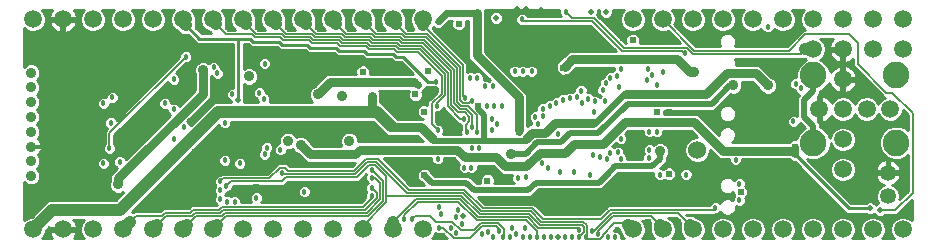
<source format=gbr>
G75*
G70*
%OFA0B0*%
%FSLAX24Y24*%
%IPPOS*%
%LPD*%
%AMOC8*
5,1,8,0,0,1.08239X$1,22.5*
%
%ADD10C,0.0591*%
%ADD11C,0.0354*%
%ADD12C,0.0886*%
%ADD13C,0.0531*%
%ADD14C,0.0600*%
%ADD15C,0.0180*%
%ADD16C,0.0100*%
%ADD17C,0.0400*%
%ADD18C,0.0198*%
%ADD19C,0.0237*%
%ADD20C,0.0200*%
%ADD21C,0.0300*%
%ADD22C,0.0240*%
%ADD23C,0.0050*%
D10*
X006658Y009702D03*
X007658Y009702D03*
X008658Y009702D03*
X009658Y009702D03*
X010658Y009702D03*
X011658Y009702D03*
X012658Y009702D03*
X013658Y009702D03*
X014658Y009702D03*
X015658Y009702D03*
X016658Y009702D03*
X017658Y009702D03*
X018658Y009702D03*
X019658Y009702D03*
X026658Y009702D03*
X027658Y009702D03*
X028658Y009702D03*
X029658Y009702D03*
X030658Y009702D03*
X031658Y009702D03*
X032658Y009702D03*
X033658Y009702D03*
X034658Y009702D03*
X035658Y009702D03*
X033658Y011702D03*
X033658Y012702D03*
X033658Y013702D03*
X033664Y013710D03*
X034451Y013710D03*
X035238Y013710D03*
X033658Y014702D03*
X032876Y013710D03*
X032658Y015702D03*
X033658Y015702D03*
X034658Y015702D03*
X035658Y015702D03*
X035658Y016702D03*
X034658Y016702D03*
X033658Y016702D03*
X032658Y016702D03*
X031658Y016702D03*
X030658Y016702D03*
X029658Y016702D03*
X028658Y016702D03*
X027658Y016702D03*
X026658Y016702D03*
X019658Y016702D03*
X018658Y016702D03*
X017658Y016702D03*
X016658Y016702D03*
X015658Y016702D03*
X014658Y016702D03*
X013658Y016702D03*
X012658Y016702D03*
X011658Y016702D03*
X010658Y016702D03*
X009658Y016702D03*
X008658Y016702D03*
X007658Y016702D03*
X006658Y016702D03*
D11*
X006608Y014924D03*
X006608Y014432D03*
X006608Y013940D03*
X006608Y013448D03*
X006608Y012956D03*
X006608Y012464D03*
X006608Y011972D03*
X006608Y011479D03*
X008658Y011702D03*
X009508Y011202D03*
X012108Y012252D03*
X013708Y012277D03*
X015158Y012652D03*
X015608Y012502D03*
X017208Y012652D03*
X019308Y011527D03*
X022583Y012227D03*
X027558Y012302D03*
X028108Y012302D03*
X030208Y012727D03*
X030008Y014502D03*
X031158Y014502D03*
X028708Y014952D03*
X034408Y014452D03*
X016958Y014152D03*
X016158Y014202D03*
X013858Y014802D03*
X012333Y015002D03*
X014908Y010977D03*
D12*
X032679Y012588D03*
X035435Y012588D03*
X035435Y014832D03*
X032679Y014832D03*
D13*
X035158Y011596D03*
X035158Y010808D03*
D14*
X028808Y012352D03*
D15*
X028433Y011527D03*
X027558Y011527D03*
X027183Y012077D03*
X027208Y012352D03*
X026258Y012052D03*
X026158Y012277D03*
X025908Y012252D03*
X025783Y012052D03*
X025558Y012102D03*
X025333Y012177D03*
X025233Y011527D03*
X025783Y011527D03*
X024683Y011627D03*
X024233Y011627D03*
X023833Y011752D03*
X023633Y011902D03*
X023083Y011452D03*
X022833Y011402D03*
X021278Y011762D03*
X021048Y011762D03*
X020158Y012052D03*
X021283Y012402D03*
X021533Y012402D03*
X021458Y012952D03*
X021283Y013127D03*
X021133Y012952D03*
X021033Y013377D03*
X021283Y013977D03*
X021058Y014077D03*
X021783Y013827D03*
X022033Y013827D03*
X022283Y013827D03*
X021958Y013377D03*
X022133Y013202D03*
X021958Y013027D03*
X023408Y013452D03*
X023483Y013227D03*
X023658Y013477D03*
X023658Y013727D03*
X023883Y013827D03*
X024108Y013927D03*
X024333Y014027D03*
X024558Y014077D03*
X024783Y014127D03*
X024933Y014327D03*
X025158Y014052D03*
X025383Y013977D03*
X025733Y013977D03*
X025358Y013602D03*
X024958Y013902D03*
X025658Y014352D03*
X025758Y014577D03*
X025908Y014752D03*
X026133Y014827D03*
X026258Y015052D03*
X027158Y015052D03*
X027308Y014852D03*
X027133Y014677D03*
X027458Y014502D03*
X027658Y014952D03*
X028383Y015577D03*
X026208Y014452D03*
X024083Y014977D03*
X023283Y014977D03*
X022983Y014977D03*
X022733Y014977D03*
X021983Y014477D03*
X021733Y014477D03*
X021468Y014752D03*
X021233Y014752D03*
X020108Y014627D03*
X020133Y013827D03*
X020158Y013002D03*
X017958Y011677D03*
X017958Y011427D03*
X017958Y011077D03*
X017958Y010827D03*
X019033Y010052D03*
X019283Y010052D03*
X020193Y009752D03*
X020583Y009752D03*
X020763Y009592D03*
X020958Y009877D03*
X020758Y010127D03*
X020833Y010352D03*
X020258Y010227D03*
X020183Y010452D03*
X021623Y009552D03*
X021848Y009622D03*
X021998Y009442D03*
X022188Y009642D03*
X022328Y009442D03*
X022558Y009442D03*
X022758Y009562D03*
X022618Y009752D03*
X023058Y009732D03*
X022998Y009442D03*
X023228Y009442D03*
X023458Y009442D03*
X023688Y009442D03*
X023918Y009442D03*
X024398Y009442D03*
X024628Y009442D03*
X024858Y009442D03*
X025088Y009442D03*
X025288Y009647D03*
X025498Y009542D03*
X025828Y009442D03*
X026058Y009442D03*
X024858Y009682D03*
X029408Y010427D03*
X030208Y010677D03*
X030208Y011227D03*
X030083Y012027D03*
X032008Y013302D03*
X032258Y014402D03*
X032083Y014552D03*
X031158Y016452D03*
X027458Y012952D03*
X027208Y012952D03*
X026258Y012727D03*
X024158Y012877D03*
X022958Y016702D03*
X024433Y016957D03*
X014908Y012352D03*
X014458Y012427D03*
X014383Y012202D03*
X013558Y011902D03*
X013058Y012002D03*
X012908Y011302D03*
X013108Y011152D03*
X012908Y011002D03*
X012908Y010702D03*
X013133Y010627D03*
X013383Y010627D03*
X014108Y010752D03*
X014958Y011577D03*
X015708Y010952D03*
X013058Y013252D03*
X011708Y013102D03*
X011358Y012702D03*
X011358Y013702D03*
X011058Y013902D03*
X011358Y014702D03*
X012683Y015102D03*
X012808Y014902D03*
X013308Y014202D03*
X014208Y014252D03*
X014358Y014052D03*
X014383Y015227D03*
X011758Y015452D03*
X009308Y014102D03*
X009008Y013902D03*
X009258Y013252D03*
X009208Y012402D03*
X009558Y011952D03*
X009008Y011902D03*
D16*
X007019Y009461D02*
X006959Y009402D01*
X007300Y009402D01*
X007264Y009438D01*
X007193Y009609D01*
X007193Y009653D01*
X007609Y009653D01*
X007609Y009750D01*
X007193Y009750D01*
X007193Y009770D01*
X007083Y009660D01*
X007083Y009617D01*
X007019Y009461D01*
X007034Y009498D02*
X007239Y009498D01*
X007198Y009596D02*
X007075Y009596D01*
X007117Y009695D02*
X007609Y009695D01*
X007707Y009695D02*
X008233Y009695D01*
X008233Y009617D02*
X008298Y009461D01*
X008357Y009402D01*
X008016Y009402D01*
X008053Y009438D01*
X008123Y009609D01*
X008123Y009653D01*
X007707Y009653D01*
X007707Y009750D01*
X008123Y009750D01*
X008123Y009794D01*
X008053Y009965D01*
X007996Y010022D01*
X008377Y010022D01*
X008298Y009943D01*
X008233Y009786D01*
X008233Y009617D01*
X008242Y009596D02*
X008118Y009596D01*
X008077Y009498D02*
X008282Y009498D01*
X008236Y009793D02*
X008123Y009793D01*
X008083Y009892D02*
X008276Y009892D01*
X008345Y009990D02*
X008028Y009990D01*
X007171Y010682D02*
X006978Y010489D01*
X006617Y010127D01*
X006574Y010127D01*
X006417Y010062D01*
X006358Y010003D01*
X006358Y011295D01*
X006434Y011219D01*
X006547Y011172D01*
X006669Y011172D01*
X006782Y011219D01*
X006868Y011305D01*
X006915Y011418D01*
X006915Y011541D01*
X006868Y011653D01*
X006796Y011726D01*
X006868Y011798D01*
X006915Y011910D01*
X006915Y012033D01*
X006868Y012146D01*
X006825Y012189D01*
X006902Y012267D01*
X006955Y012395D01*
X006955Y012455D01*
X006617Y012455D01*
X006617Y012473D01*
X006955Y012473D01*
X006955Y012533D01*
X006902Y012660D01*
X006825Y012738D01*
X006868Y012782D01*
X006915Y012895D01*
X006915Y013017D01*
X006868Y013130D01*
X006796Y013202D01*
X006868Y013274D01*
X006915Y013387D01*
X006915Y013509D01*
X006868Y013622D01*
X006796Y013694D01*
X006868Y013766D01*
X006915Y013879D01*
X006915Y014001D01*
X006868Y014114D01*
X006796Y014186D01*
X006868Y014258D01*
X006915Y014371D01*
X006915Y014493D01*
X006868Y014606D01*
X006796Y014678D01*
X006868Y014750D01*
X006915Y014863D01*
X006915Y014985D01*
X006868Y015098D01*
X006782Y015185D01*
X006669Y015231D01*
X006547Y015231D01*
X006434Y015185D01*
X006358Y015109D01*
X006358Y016401D01*
X006417Y016341D01*
X006574Y016277D01*
X006743Y016277D01*
X006899Y016341D01*
X007019Y016461D01*
X007083Y016617D01*
X007083Y016786D01*
X007019Y016943D01*
X006959Y017002D01*
X007300Y017002D01*
X007264Y016965D01*
X007193Y016794D01*
X007193Y016750D01*
X007609Y016750D01*
X007609Y016653D01*
X007193Y016653D01*
X007193Y016609D01*
X007264Y016438D01*
X007395Y016307D01*
X007566Y016237D01*
X007610Y016237D01*
X007610Y016653D01*
X007707Y016653D01*
X007707Y016750D01*
X008123Y016750D01*
X008123Y016794D01*
X008053Y016965D01*
X008016Y017002D01*
X008357Y017002D01*
X008298Y016943D01*
X008233Y016786D01*
X008233Y016617D01*
X008298Y016461D01*
X008417Y016341D01*
X008574Y016277D01*
X008743Y016277D01*
X008899Y016341D01*
X009019Y016461D01*
X009083Y016617D01*
X009083Y016786D01*
X009019Y016943D01*
X008959Y017002D01*
X009357Y017002D01*
X009298Y016943D01*
X009233Y016786D01*
X009233Y016617D01*
X009298Y016461D01*
X009417Y016341D01*
X009574Y016277D01*
X009743Y016277D01*
X009899Y016341D01*
X010019Y016461D01*
X010083Y016617D01*
X010083Y016786D01*
X010019Y016943D01*
X009959Y017002D01*
X010357Y017002D01*
X010298Y016943D01*
X010233Y016786D01*
X010233Y016617D01*
X010298Y016461D01*
X010417Y016341D01*
X010574Y016277D01*
X010743Y016277D01*
X010899Y016341D01*
X011019Y016461D01*
X011083Y016617D01*
X011083Y016786D01*
X011019Y016943D01*
X010959Y017002D01*
X011357Y017002D01*
X011298Y016943D01*
X011233Y016786D01*
X011233Y016617D01*
X011298Y016461D01*
X011417Y016341D01*
X011477Y016317D01*
X011621Y016172D01*
X011834Y016172D01*
X012134Y015872D01*
X012283Y015872D01*
X013328Y015872D01*
X013328Y014422D01*
X013264Y014422D01*
X013183Y014388D01*
X013122Y014326D01*
X013121Y014326D02*
X012613Y014326D01*
X012613Y014228D02*
X013088Y014228D01*
X013088Y014246D02*
X013088Y014158D01*
X013122Y014077D01*
X013183Y014015D01*
X013254Y013986D01*
X013254Y013957D01*
X012696Y013957D01*
X012503Y013764D01*
X011916Y013176D01*
X011895Y013226D01*
X011833Y013288D01*
X011803Y013301D01*
X012449Y013947D01*
X012613Y014111D01*
X012613Y014798D01*
X012622Y014777D01*
X012683Y014715D01*
X012764Y014682D01*
X012852Y014682D01*
X012933Y014715D01*
X012995Y014777D01*
X013028Y014858D01*
X013028Y014946D01*
X012995Y015026D01*
X012933Y015088D01*
X012903Y015101D01*
X012903Y015146D01*
X012870Y015226D01*
X012808Y015288D01*
X012727Y015322D01*
X012639Y015322D01*
X012558Y015288D01*
X012520Y015250D01*
X012507Y015262D01*
X012394Y015309D01*
X012272Y015309D01*
X012159Y015262D01*
X012073Y015176D01*
X012026Y015063D01*
X012026Y014941D01*
X012053Y014875D01*
X012053Y014343D01*
X011541Y013830D01*
X011483Y013888D01*
X011402Y013922D01*
X011314Y013922D01*
X011278Y013907D01*
X011278Y013946D01*
X011245Y014026D01*
X011183Y014088D01*
X011102Y014122D01*
X011014Y014122D01*
X010933Y014088D01*
X010872Y014026D01*
X010838Y013946D01*
X010838Y013858D01*
X010872Y013777D01*
X010933Y013715D01*
X011014Y013682D01*
X011102Y013682D01*
X011138Y013697D01*
X011138Y013658D01*
X011172Y013577D01*
X011230Y013519D01*
X009757Y012047D01*
X009745Y012076D01*
X009683Y012138D01*
X009602Y012172D01*
X009514Y012172D01*
X009433Y012138D01*
X009372Y012076D01*
X009338Y011996D01*
X009338Y011908D01*
X009372Y011827D01*
X009433Y011765D01*
X009463Y011753D01*
X009228Y011518D01*
X009228Y011329D01*
X009201Y011263D01*
X009201Y011141D01*
X009248Y011028D01*
X009334Y010941D01*
X009447Y010895D01*
X009569Y010895D01*
X009680Y010941D01*
X009421Y010682D01*
X007171Y010682D01*
X007170Y010680D02*
X006358Y010680D01*
X006358Y010581D02*
X007071Y010581D01*
X006973Y010483D02*
X006358Y010483D01*
X006358Y010384D02*
X006874Y010384D01*
X006775Y010286D02*
X006358Y010286D01*
X006358Y010187D02*
X006677Y010187D01*
X006481Y010089D02*
X006358Y010089D01*
X006358Y010779D02*
X009518Y010779D01*
X009617Y010877D02*
X006358Y010877D01*
X006358Y010976D02*
X009300Y010976D01*
X009229Y011074D02*
X006358Y011074D01*
X006358Y011173D02*
X006546Y011173D01*
X006670Y011173D02*
X009201Y011173D01*
X009204Y011271D02*
X006834Y011271D01*
X006895Y011370D02*
X009228Y011370D01*
X009228Y011468D02*
X006915Y011468D01*
X006904Y011567D02*
X009277Y011567D01*
X009376Y011665D02*
X006856Y011665D01*
X006835Y011764D02*
X008835Y011764D01*
X008822Y011777D02*
X008883Y011715D01*
X008964Y011682D01*
X009052Y011682D01*
X009133Y011715D01*
X009195Y011777D01*
X009228Y011858D01*
X009228Y011946D01*
X009195Y012026D01*
X009133Y012088D01*
X009052Y012122D01*
X008964Y012122D01*
X008883Y012088D01*
X008822Y012026D01*
X008788Y011946D01*
X008788Y011858D01*
X008822Y011777D01*
X008788Y011863D02*
X006895Y011863D01*
X006915Y011961D02*
X008795Y011961D01*
X008855Y012060D02*
X006904Y012060D01*
X006856Y012158D02*
X009481Y012158D01*
X009374Y012257D02*
X009967Y012257D01*
X010066Y012355D02*
X009427Y012355D01*
X009428Y012358D02*
X009428Y012446D01*
X009395Y012526D01*
X009363Y012558D01*
X009363Y012838D01*
X011151Y014626D01*
X011172Y014577D01*
X011233Y014515D01*
X011314Y014482D01*
X011402Y014482D01*
X011483Y014515D01*
X011545Y014577D01*
X011578Y014658D01*
X011578Y014746D01*
X011545Y014826D01*
X011483Y014888D01*
X011434Y014909D01*
X011757Y015232D01*
X011802Y015232D01*
X011883Y015265D01*
X011945Y015327D01*
X011978Y015408D01*
X011978Y015496D01*
X011945Y015576D01*
X011883Y015638D01*
X011802Y015672D01*
X011714Y015672D01*
X011633Y015638D01*
X011572Y015576D01*
X011538Y015496D01*
X011538Y015451D01*
X009450Y013363D01*
X009445Y013376D01*
X009383Y013438D01*
X009302Y013472D01*
X009214Y013472D01*
X009133Y013438D01*
X009072Y013376D01*
X009038Y013296D01*
X009038Y013208D01*
X009072Y013127D01*
X009133Y013065D01*
X009147Y013060D01*
X009053Y012966D01*
X009053Y012838D01*
X009053Y012558D01*
X009022Y012526D01*
X008988Y012446D01*
X008988Y012358D01*
X009022Y012277D01*
X009083Y012215D01*
X009164Y012182D01*
X009252Y012182D01*
X009333Y012215D01*
X009395Y012277D01*
X009428Y012358D01*
X009425Y012454D02*
X010164Y012454D01*
X010263Y012552D02*
X009369Y012552D01*
X009363Y012651D02*
X010361Y012651D01*
X010460Y012749D02*
X009363Y012749D01*
X009373Y012848D02*
X010558Y012848D01*
X010657Y012947D02*
X009472Y012947D01*
X009570Y013045D02*
X010755Y013045D01*
X010854Y013144D02*
X009669Y013144D01*
X009768Y013242D02*
X010952Y013242D01*
X011051Y013341D02*
X009866Y013341D01*
X009965Y013439D02*
X011150Y013439D01*
X011211Y013538D02*
X010063Y013538D01*
X010162Y013636D02*
X011147Y013636D01*
X010914Y013735D02*
X010260Y013735D01*
X010359Y013833D02*
X010848Y013833D01*
X010838Y013932D02*
X010457Y013932D01*
X010556Y014031D02*
X010876Y014031D01*
X010753Y014228D02*
X011938Y014228D01*
X012036Y014326D02*
X010852Y014326D01*
X010950Y014425D02*
X012053Y014425D01*
X012053Y014523D02*
X011491Y014523D01*
X011563Y014622D02*
X012053Y014622D01*
X012053Y014720D02*
X011578Y014720D01*
X011548Y014819D02*
X012053Y014819D01*
X012036Y014917D02*
X011443Y014917D01*
X011541Y015016D02*
X012026Y015016D01*
X012047Y015114D02*
X011640Y015114D01*
X011738Y015213D02*
X012110Y015213D01*
X011929Y015312D02*
X012615Y015312D01*
X012752Y015312D02*
X013328Y015312D01*
X013328Y015410D02*
X011978Y015410D01*
X011973Y015509D02*
X013328Y015509D01*
X013328Y015607D02*
X011914Y015607D01*
X011602Y015607D02*
X006358Y015607D01*
X006358Y015509D02*
X011544Y015509D01*
X011497Y015410D02*
X006358Y015410D01*
X006358Y015312D02*
X011399Y015312D01*
X011300Y015213D02*
X006714Y015213D01*
X006852Y015114D02*
X011202Y015114D01*
X011103Y015016D02*
X006903Y015016D01*
X006915Y014917D02*
X011004Y014917D01*
X010906Y014819D02*
X006897Y014819D01*
X006838Y014720D02*
X010807Y014720D01*
X010709Y014622D02*
X006853Y014622D01*
X006903Y014523D02*
X010610Y014523D01*
X010512Y014425D02*
X006915Y014425D01*
X006897Y014326D02*
X010413Y014326D01*
X010315Y014228D02*
X009493Y014228D01*
X009495Y014226D02*
X009433Y014288D01*
X009352Y014322D01*
X009264Y014322D01*
X009183Y014288D01*
X009122Y014226D01*
X009088Y014146D01*
X009088Y014107D01*
X009052Y014122D01*
X008964Y014122D01*
X008883Y014088D01*
X008822Y014026D01*
X008788Y013946D01*
X008788Y013858D01*
X008822Y013777D01*
X008883Y013715D01*
X008964Y013682D01*
X009052Y013682D01*
X009133Y013715D01*
X009195Y013777D01*
X009228Y013858D01*
X009228Y013897D01*
X009264Y013882D01*
X009352Y013882D01*
X009433Y013915D01*
X009495Y013977D01*
X009528Y014058D01*
X009528Y014146D01*
X009495Y014226D01*
X009528Y014129D02*
X010216Y014129D01*
X010118Y014031D02*
X009517Y014031D01*
X009449Y013932D02*
X010019Y013932D01*
X009920Y013833D02*
X009218Y013833D01*
X009152Y013735D02*
X009822Y013735D01*
X009723Y013636D02*
X006854Y013636D01*
X006837Y013735D02*
X008864Y013735D01*
X008798Y013833D02*
X006896Y013833D01*
X006915Y013932D02*
X008788Y013932D01*
X008826Y014031D02*
X006903Y014031D01*
X006853Y014129D02*
X009088Y014129D01*
X009123Y014228D02*
X006838Y014228D01*
X006903Y013538D02*
X009625Y013538D01*
X009526Y013439D02*
X009381Y013439D01*
X009136Y013439D02*
X006915Y013439D01*
X006896Y013341D02*
X009057Y013341D01*
X009038Y013242D02*
X006837Y013242D01*
X006855Y013144D02*
X009065Y013144D01*
X009132Y013045D02*
X006904Y013045D01*
X006915Y012947D02*
X009053Y012947D01*
X009053Y012848D02*
X006896Y012848D01*
X006836Y012749D02*
X009053Y012749D01*
X009053Y012651D02*
X006906Y012651D01*
X006947Y012552D02*
X009047Y012552D01*
X008992Y012454D02*
X006955Y012454D01*
X006939Y012355D02*
X008989Y012355D01*
X009042Y012257D02*
X006892Y012257D01*
X006382Y011271D02*
X006358Y011271D01*
X009181Y011764D02*
X009437Y011764D01*
X009357Y011863D02*
X009228Y011863D01*
X009222Y011961D02*
X009338Y011961D01*
X009365Y012060D02*
X009161Y012060D01*
X009635Y012158D02*
X009869Y012158D01*
X009770Y012060D02*
X009752Y012060D01*
X010944Y011271D02*
X012688Y011271D01*
X012688Y011258D02*
X012722Y011177D01*
X012747Y011152D01*
X012722Y011126D01*
X012688Y011046D01*
X012688Y010958D01*
X012722Y010877D01*
X010550Y010877D01*
X010451Y010779D02*
X012702Y010779D01*
X012688Y010746D02*
X012722Y010826D01*
X012747Y010852D01*
X012722Y010877D01*
X012688Y010976D02*
X010649Y010976D01*
X010747Y011074D02*
X012700Y011074D01*
X012726Y011173D02*
X010846Y011173D01*
X011043Y011370D02*
X012698Y011370D01*
X012688Y011346D02*
X012722Y011426D01*
X012783Y011488D01*
X012864Y011522D01*
X012909Y011522D01*
X012944Y011557D01*
X014469Y011557D01*
X014728Y011816D01*
X014728Y011816D01*
X014819Y011907D01*
X014994Y011907D01*
X015122Y011907D01*
X015222Y011807D01*
X017294Y011807D01*
X017409Y011922D01*
X017292Y011922D01*
X015792Y011922D01*
X015628Y012086D01*
X015500Y012214D01*
X015434Y012241D01*
X015348Y012328D01*
X015323Y012388D01*
X015219Y012345D01*
X015128Y012345D01*
X015128Y012308D01*
X015095Y012227D01*
X015033Y012165D01*
X014952Y012132D01*
X014864Y012132D01*
X014783Y012165D01*
X014722Y012227D01*
X014688Y012308D01*
X014688Y012396D01*
X014722Y012476D01*
X014783Y012538D01*
X014860Y012570D01*
X014851Y012591D01*
X014851Y012713D01*
X014898Y012826D01*
X014984Y012912D01*
X015097Y012959D01*
X015219Y012959D01*
X015332Y012912D01*
X015418Y012826D01*
X015443Y012766D01*
X015547Y012809D01*
X015669Y012809D01*
X015782Y012762D01*
X015868Y012676D01*
X015896Y012610D01*
X016024Y012482D01*
X016946Y012482D01*
X016901Y012591D01*
X016901Y012713D01*
X016948Y012826D01*
X017034Y012912D01*
X017147Y012959D01*
X017269Y012959D01*
X017382Y012912D01*
X017468Y012826D01*
X017515Y012713D01*
X017515Y012632D01*
X019657Y012632D01*
X019467Y012822D01*
X018542Y012822D01*
X018471Y012822D01*
X017996Y013297D01*
X017821Y013297D01*
X013278Y013297D01*
X013278Y013296D01*
X013278Y013208D01*
X013245Y013127D01*
X013183Y013065D01*
X013102Y013032D01*
X013014Y013032D01*
X012933Y013065D01*
X012872Y013127D01*
X012851Y013178D01*
X009955Y010282D01*
X010019Y010282D01*
X010044Y010307D01*
X010894Y010307D01*
X010903Y010316D01*
X010994Y010407D01*
X011844Y010407D01*
X011853Y010416D01*
X011853Y010416D01*
X011944Y010507D01*
X012794Y010507D01*
X012797Y010510D01*
X012783Y010515D01*
X012722Y010577D01*
X012688Y010658D01*
X012688Y010746D01*
X012688Y010680D02*
X010353Y010680D01*
X010254Y010581D02*
X012720Y010581D01*
X013069Y010852D02*
X013095Y010877D01*
X013117Y010932D01*
X013152Y010932D01*
X013233Y010965D01*
X013295Y011027D01*
X013328Y011108D01*
X013328Y011147D01*
X014894Y011147D01*
X015022Y011147D01*
X015172Y011297D01*
X017394Y011297D01*
X017522Y011297D01*
X017768Y011543D01*
X017738Y011471D01*
X017738Y011383D01*
X017772Y011302D01*
X017822Y011252D01*
X017772Y011201D01*
X017738Y011121D01*
X017738Y011033D01*
X017772Y010952D01*
X017772Y010951D01*
X017738Y010871D01*
X017738Y010783D01*
X017748Y010760D01*
X017594Y010607D01*
X014274Y010607D01*
X014295Y010627D01*
X014328Y010708D01*
X014328Y010796D01*
X014295Y010876D01*
X014233Y010938D01*
X014152Y010972D01*
X014064Y010972D01*
X013983Y010938D01*
X013922Y010876D01*
X013888Y010796D01*
X013888Y010708D01*
X013922Y010627D01*
X013942Y010607D01*
X013603Y010607D01*
X013603Y010671D01*
X013570Y010751D01*
X013508Y010813D01*
X013427Y010847D01*
X013339Y010847D01*
X013258Y010813D01*
X013258Y010813D01*
X013258Y010813D01*
X013177Y010847D01*
X013089Y010847D01*
X013079Y010842D01*
X013069Y010852D01*
X013094Y010877D02*
X013922Y010877D01*
X013888Y010779D02*
X013542Y010779D01*
X013599Y010680D02*
X013900Y010680D01*
X014316Y010680D02*
X017667Y010680D01*
X017740Y010779D02*
X015846Y010779D01*
X015833Y010765D02*
X015895Y010827D01*
X015928Y010908D01*
X015928Y010996D01*
X015895Y011076D01*
X015833Y011138D01*
X015752Y011172D01*
X015664Y011172D01*
X015583Y011138D01*
X015522Y011076D01*
X015488Y010996D01*
X015488Y010908D01*
X015522Y010827D01*
X015583Y010765D01*
X015664Y010732D01*
X015752Y010732D01*
X015833Y010765D01*
X015915Y010877D02*
X017741Y010877D01*
X017772Y010952D02*
X017772Y010952D01*
X017762Y010976D02*
X015928Y010976D01*
X015896Y011074D02*
X017738Y011074D01*
X017760Y011173D02*
X015048Y011173D01*
X015147Y011271D02*
X017803Y011271D01*
X017744Y011370D02*
X017595Y011370D01*
X017694Y011468D02*
X017738Y011468D01*
X017350Y011863D02*
X015167Y011863D01*
X014775Y011863D02*
X013778Y011863D01*
X013778Y011858D02*
X013778Y011946D01*
X013745Y012026D01*
X013683Y012088D01*
X013602Y012122D01*
X013514Y012122D01*
X013433Y012088D01*
X013372Y012026D01*
X013338Y011946D01*
X013338Y011858D01*
X013372Y011777D01*
X013433Y011715D01*
X013514Y011682D01*
X013602Y011682D01*
X013683Y011715D01*
X013745Y011777D01*
X013778Y011858D01*
X013772Y011961D02*
X015753Y011961D01*
X015654Y012060D02*
X014552Y012060D01*
X014570Y012077D02*
X014603Y012158D01*
X014603Y012246D01*
X014599Y012256D01*
X014645Y012302D01*
X014678Y012383D01*
X014678Y012471D01*
X014645Y012551D01*
X014583Y012613D01*
X014502Y012647D01*
X014414Y012647D01*
X014333Y012613D01*
X014272Y012551D01*
X014238Y012471D01*
X014238Y012383D01*
X014243Y012372D01*
X014197Y012326D01*
X014163Y012246D01*
X014163Y012158D01*
X014197Y012077D01*
X014258Y012015D01*
X014339Y011982D01*
X014427Y011982D01*
X014508Y012015D01*
X014570Y012077D01*
X014603Y012158D02*
X014801Y012158D01*
X014709Y012257D02*
X014599Y012257D01*
X014667Y012355D02*
X014688Y012355D01*
X014678Y012454D02*
X014712Y012454D01*
X014644Y012552D02*
X014817Y012552D01*
X014851Y012651D02*
X012324Y012651D01*
X012422Y012749D02*
X014866Y012749D01*
X014920Y012848D02*
X012521Y012848D01*
X012619Y012947D02*
X015067Y012947D01*
X015249Y012947D02*
X017117Y012947D01*
X016970Y012848D02*
X015396Y012848D01*
X015795Y012749D02*
X016916Y012749D01*
X016901Y012651D02*
X015879Y012651D01*
X015954Y012552D02*
X016917Y012552D01*
X017299Y012947D02*
X018347Y012947D01*
X018248Y013045D02*
X013134Y013045D01*
X012982Y013045D02*
X012718Y013045D01*
X012816Y013144D02*
X012865Y013144D01*
X013251Y013144D02*
X018150Y013144D01*
X018051Y013242D02*
X013278Y013242D01*
X012474Y013735D02*
X012237Y013735D01*
X012336Y013833D02*
X012573Y013833D01*
X012672Y013932D02*
X012434Y013932D01*
X012533Y014031D02*
X013168Y014031D01*
X013100Y014129D02*
X012613Y014129D01*
X012613Y014425D02*
X013328Y014425D01*
X013328Y014523D02*
X012613Y014523D01*
X012613Y014622D02*
X013328Y014622D01*
X013328Y014720D02*
X012938Y014720D01*
X013012Y014819D02*
X013328Y014819D01*
X013328Y014917D02*
X013028Y014917D01*
X012999Y015016D02*
X013328Y015016D01*
X013328Y015114D02*
X012903Y015114D01*
X012875Y015213D02*
X013328Y015213D01*
X013688Y015213D02*
X014163Y015213D01*
X014163Y015183D02*
X014163Y015271D01*
X014197Y015351D01*
X014258Y015413D01*
X014339Y015447D01*
X014427Y015447D01*
X014508Y015413D01*
X014570Y015351D01*
X014603Y015271D01*
X014603Y015183D01*
X014570Y015102D01*
X014508Y015040D01*
X014427Y015007D01*
X014339Y015007D01*
X014258Y015040D01*
X014197Y015102D01*
X014163Y015183D01*
X014192Y015114D02*
X013688Y015114D01*
X013688Y015064D02*
X013688Y015872D01*
X013834Y015872D01*
X013934Y015772D01*
X014083Y015772D01*
X014784Y015772D01*
X014884Y015672D01*
X015033Y015672D01*
X015734Y015672D01*
X015834Y015572D01*
X015983Y015572D01*
X016684Y015572D01*
X016784Y015472D01*
X016933Y015472D01*
X017634Y015472D01*
X017734Y015372D01*
X017883Y015372D01*
X018584Y015372D01*
X018684Y015272D01*
X018833Y015272D01*
X018934Y015272D01*
X019324Y014882D01*
X017898Y014882D01*
X017907Y014902D01*
X017907Y015001D01*
X017869Y015093D01*
X017799Y015163D01*
X017708Y015201D01*
X017609Y015201D01*
X017517Y015163D01*
X017447Y015093D01*
X017409Y015001D01*
X017409Y014902D01*
X017418Y014882D01*
X016442Y014882D01*
X016278Y014718D01*
X016050Y014489D01*
X015984Y014462D01*
X015898Y014376D01*
X015851Y014263D01*
X015851Y014141D01*
X015898Y014028D01*
X015969Y013957D01*
X014557Y013957D01*
X014578Y014008D01*
X014578Y014096D01*
X014545Y014176D01*
X014483Y014238D01*
X014428Y014261D01*
X014428Y014296D01*
X014395Y014376D01*
X014333Y014438D01*
X014252Y014472D01*
X014164Y014472D01*
X014083Y014438D01*
X014022Y014376D01*
X013988Y014296D01*
X013988Y014208D01*
X014022Y014127D01*
X014083Y014065D01*
X014138Y014043D01*
X014138Y014008D01*
X014159Y013957D01*
X013712Y013957D01*
X013712Y014047D01*
X013688Y014105D01*
X013688Y014540D01*
X013797Y014495D01*
X013919Y014495D01*
X014032Y014541D01*
X014118Y014628D01*
X014165Y014741D01*
X014165Y014863D01*
X014118Y014976D01*
X014032Y015062D01*
X013919Y015109D01*
X013797Y015109D01*
X013688Y015064D01*
X013688Y015312D02*
X014180Y015312D01*
X014255Y015410D02*
X013688Y015410D01*
X013688Y015509D02*
X016747Y015509D01*
X016858Y015652D02*
X016758Y015752D01*
X015908Y015752D01*
X015808Y015852D01*
X014958Y015852D01*
X014858Y015952D01*
X014008Y015952D01*
X013908Y016052D01*
X013508Y016052D01*
X013508Y014027D01*
X013483Y014002D01*
X013712Y014031D02*
X014138Y014031D01*
X014021Y014129D02*
X013688Y014129D01*
X013688Y014228D02*
X013988Y014228D01*
X014001Y014326D02*
X013688Y014326D01*
X013688Y014425D02*
X014070Y014425D01*
X013988Y014523D02*
X016084Y014523D01*
X016182Y014622D02*
X014112Y014622D01*
X014157Y014720D02*
X016281Y014720D01*
X016379Y014819D02*
X014165Y014819D01*
X014143Y014917D02*
X017409Y014917D01*
X017415Y015016D02*
X014449Y015016D01*
X014317Y015016D02*
X014078Y015016D01*
X014575Y015114D02*
X017469Y015114D01*
X017695Y015410D02*
X014511Y015410D01*
X014586Y015312D02*
X018644Y015312D01*
X018758Y015452D02*
X018658Y015552D01*
X017808Y015552D01*
X017708Y015652D01*
X016858Y015652D01*
X015798Y015607D02*
X013688Y015607D01*
X013688Y015706D02*
X014850Y015706D01*
X014603Y015213D02*
X018992Y015213D01*
X019091Y015114D02*
X017847Y015114D01*
X017901Y015016D02*
X019189Y015016D01*
X019288Y014917D02*
X017907Y014917D01*
X018184Y014322D02*
X019189Y014322D01*
X019159Y014251D01*
X019159Y014152D01*
X019197Y014061D01*
X019267Y013991D01*
X019359Y013953D01*
X019458Y013953D01*
X019549Y013991D01*
X019619Y014061D01*
X019657Y014152D01*
X019657Y014251D01*
X019643Y014284D01*
X019758Y014398D01*
X019758Y014447D01*
X019759Y014447D01*
X019908Y014447D01*
X019977Y014447D01*
X019983Y014440D01*
X020064Y014407D01*
X020128Y014407D01*
X020128Y014291D01*
X019894Y014057D01*
X019803Y013966D01*
X019803Y013857D01*
X019758Y013876D01*
X019659Y013876D01*
X019567Y013838D01*
X019497Y013768D01*
X019459Y013676D01*
X019459Y013577D01*
X019497Y013486D01*
X019567Y013416D01*
X019650Y013382D01*
X018845Y013382D01*
X018463Y013764D01*
X018270Y013957D01*
X018238Y013957D01*
X018238Y014268D01*
X018184Y014322D01*
X018238Y014228D02*
X019159Y014228D01*
X019169Y014129D02*
X018238Y014129D01*
X018238Y014031D02*
X019228Y014031D01*
X019588Y014031D02*
X019868Y014031D01*
X019803Y013932D02*
X018295Y013932D01*
X018393Y013833D02*
X019563Y013833D01*
X019484Y013735D02*
X018492Y013735D01*
X018463Y013764D02*
X018463Y013764D01*
X018590Y013636D02*
X019459Y013636D01*
X019476Y013538D02*
X018689Y013538D01*
X018787Y013439D02*
X019544Y013439D01*
X020113Y013439D02*
X020627Y013439D01*
X020725Y013341D02*
X020113Y013341D01*
X020113Y013266D02*
X020113Y013607D01*
X020177Y013607D01*
X020258Y013640D01*
X020320Y013702D01*
X020332Y013733D01*
X020844Y013222D01*
X020877Y013222D01*
X020908Y013190D01*
X020928Y013182D01*
X020928Y013066D01*
X020928Y013032D01*
X020913Y012996D01*
X020913Y012908D01*
X020924Y012882D01*
X020463Y012882D01*
X020413Y012882D01*
X020346Y012882D01*
X020378Y012958D01*
X020378Y013046D01*
X020345Y013126D01*
X020283Y013188D01*
X020202Y013222D01*
X020157Y013222D01*
X020113Y013266D01*
X020137Y013242D02*
X020824Y013242D01*
X020928Y013144D02*
X020327Y013144D01*
X020378Y013045D02*
X020928Y013045D01*
X020913Y012947D02*
X020373Y012947D01*
X020528Y013538D02*
X020113Y013538D01*
X020248Y013636D02*
X020429Y013636D01*
X019966Y014129D02*
X019647Y014129D01*
X019657Y014228D02*
X020065Y014228D01*
X020128Y014326D02*
X019686Y014326D01*
X019758Y014425D02*
X020021Y014425D01*
X020108Y014627D02*
X019833Y014627D01*
X019008Y015452D01*
X018758Y015452D01*
X020082Y016297D02*
X021178Y016297D01*
X021178Y016198D02*
X020181Y016198D01*
X020279Y016100D02*
X021178Y016100D01*
X021178Y016001D02*
X020378Y016001D01*
X020476Y015903D02*
X021178Y015903D01*
X021178Y015804D02*
X020575Y015804D01*
X020673Y015706D02*
X021178Y015706D01*
X021178Y015607D02*
X020772Y015607D01*
X020870Y015509D02*
X021178Y015509D01*
X021178Y015410D02*
X020969Y015410D01*
X021068Y015312D02*
X021252Y015312D01*
X021178Y015386D02*
X021342Y015222D01*
X021342Y015222D01*
X021888Y014676D01*
X021858Y014663D01*
X021858Y014663D01*
X021858Y014663D01*
X021777Y014697D01*
X021689Y014697D01*
X021682Y014694D01*
X021688Y014708D01*
X021688Y014796D01*
X021655Y014876D01*
X021593Y014938D01*
X021512Y014972D01*
X021424Y014972D01*
X021351Y014941D01*
X021277Y014972D01*
X021189Y014972D01*
X021138Y014951D01*
X021138Y015113D01*
X021138Y015241D01*
X019988Y016391D01*
X019988Y016430D01*
X020009Y016451D01*
X020063Y016397D01*
X020253Y016397D01*
X020258Y016402D01*
X020287Y016402D01*
X020537Y016652D01*
X020630Y016652D01*
X020609Y016601D01*
X020609Y016502D01*
X020647Y016411D01*
X020717Y016341D01*
X020809Y016303D01*
X020908Y016303D01*
X020999Y016341D01*
X021069Y016411D01*
X021107Y016502D01*
X021107Y016601D01*
X021086Y016652D01*
X021178Y016652D01*
X021178Y015386D01*
X021138Y015213D02*
X021351Y015213D01*
X021450Y015114D02*
X021138Y015114D01*
X021138Y015016D02*
X021548Y015016D01*
X021614Y014917D02*
X021647Y014917D01*
X021678Y014819D02*
X021745Y014819D01*
X021688Y014720D02*
X021844Y014720D01*
X022241Y015114D02*
X022560Y015114D01*
X022547Y015101D02*
X022513Y015021D01*
X022513Y014933D01*
X022547Y014852D01*
X022608Y014790D01*
X022689Y014757D01*
X022777Y014757D01*
X022858Y014790D01*
X022858Y014791D01*
X022858Y014790D01*
X022939Y014757D01*
X023027Y014757D01*
X023108Y014790D01*
X023133Y014816D01*
X023158Y014790D01*
X023239Y014757D01*
X023327Y014757D01*
X023408Y014790D01*
X023470Y014852D01*
X023503Y014933D01*
X023503Y015021D01*
X023470Y015101D01*
X023408Y015163D01*
X023327Y015197D01*
X023239Y015197D01*
X023158Y015163D01*
X023133Y015138D01*
X023108Y015163D01*
X023027Y015197D01*
X022939Y015197D01*
X022858Y015163D01*
X022858Y015163D01*
X022858Y015163D01*
X022777Y015197D01*
X022689Y015197D01*
X022608Y015163D01*
X022547Y015101D01*
X022513Y015016D02*
X022340Y015016D01*
X022439Y014917D02*
X022520Y014917D01*
X022537Y014819D02*
X022580Y014819D01*
X022636Y014720D02*
X025590Y014720D01*
X025572Y014701D02*
X025633Y014763D01*
X025688Y014786D01*
X025688Y014796D01*
X025722Y014876D01*
X025783Y014938D01*
X025864Y014972D01*
X025952Y014972D01*
X025963Y014967D01*
X026008Y015013D01*
X026038Y015026D01*
X026038Y015096D01*
X026039Y015097D01*
X024749Y015097D01*
X024499Y014847D01*
X024428Y014847D01*
X024383Y014828D01*
X024284Y014828D01*
X024238Y014847D01*
X024238Y014847D01*
X024237Y014847D01*
X024192Y014866D01*
X024122Y014936D01*
X024104Y014981D01*
X024103Y014982D01*
X024103Y014982D01*
X024084Y015027D01*
X024084Y015126D01*
X024103Y015172D01*
X024103Y015243D01*
X024353Y015493D01*
X024517Y015657D01*
X026084Y015657D01*
X025244Y016497D01*
X023038Y016497D01*
X023002Y016482D01*
X022914Y016482D01*
X022833Y016515D01*
X022772Y016577D01*
X022738Y016658D01*
X022738Y016746D01*
X022772Y016826D01*
X022833Y016888D01*
X022296Y016888D01*
X022302Y016882D02*
X022238Y016946D01*
X022154Y016981D01*
X022063Y016981D01*
X021978Y016946D01*
X021914Y016882D01*
X021879Y016797D01*
X021879Y016706D01*
X021914Y016622D01*
X021978Y016558D01*
X022063Y016523D01*
X022154Y016523D01*
X022238Y016558D01*
X022302Y016622D01*
X022337Y016706D01*
X022337Y016797D01*
X022302Y016882D01*
X022337Y016790D02*
X022756Y016790D01*
X022738Y016691D02*
X022331Y016691D01*
X022273Y016593D02*
X022765Y016593D01*
X022885Y016494D02*
X021738Y016494D01*
X021738Y016396D02*
X025345Y016396D01*
X025247Y016494D02*
X023031Y016494D01*
X023153Y016807D02*
X023145Y016826D01*
X023083Y016888D01*
X024223Y016888D01*
X024213Y016913D02*
X024247Y016832D01*
X024272Y016807D01*
X023153Y016807D01*
X023083Y016888D02*
X023002Y016922D01*
X022914Y016922D01*
X022833Y016888D01*
X021921Y016888D02*
X021738Y016888D01*
X021738Y016868D02*
X021738Y015618D01*
X023138Y014218D01*
X023138Y013986D01*
X023138Y013153D01*
X023192Y013207D01*
X023263Y013207D01*
X023263Y013271D01*
X023268Y013281D01*
X023222Y013327D01*
X023188Y013408D01*
X023188Y013496D01*
X023222Y013576D01*
X023283Y013638D01*
X023364Y013672D01*
X023443Y013672D01*
X023438Y013683D01*
X023438Y013771D01*
X023472Y013851D01*
X023533Y013913D01*
X023614Y013947D01*
X023695Y013947D01*
X023697Y013951D01*
X023758Y014013D01*
X023839Y014047D01*
X023920Y014047D01*
X023922Y014051D01*
X023983Y014113D01*
X024064Y014147D01*
X024145Y014147D01*
X024147Y014151D01*
X024208Y014213D01*
X024289Y014247D01*
X024377Y014247D01*
X024405Y014235D01*
X024433Y014263D01*
X024514Y014297D01*
X024602Y014297D01*
X024630Y014285D01*
X024658Y014313D01*
X024713Y014336D01*
X024713Y014371D01*
X024747Y014451D01*
X024808Y014513D01*
X024889Y014547D01*
X024977Y014547D01*
X025058Y014513D01*
X025120Y014451D01*
X025153Y014371D01*
X025153Y014283D01*
X025148Y014272D01*
X025202Y014272D01*
X025283Y014238D01*
X025329Y014192D01*
X025339Y014197D01*
X025427Y014197D01*
X025508Y014163D01*
X025558Y014113D01*
X025588Y014143D01*
X025533Y014165D01*
X025472Y014227D01*
X025438Y014308D01*
X025438Y014396D01*
X025472Y014476D01*
X025533Y014538D01*
X025538Y014540D01*
X025538Y014621D01*
X025572Y014701D01*
X025539Y014622D02*
X022734Y014622D01*
X022833Y014523D02*
X024832Y014523D01*
X024736Y014425D02*
X022931Y014425D01*
X023030Y014326D02*
X024689Y014326D01*
X025034Y014523D02*
X025518Y014523D01*
X025450Y014425D02*
X025131Y014425D01*
X025153Y014326D02*
X025438Y014326D01*
X025471Y014228D02*
X025293Y014228D01*
X025542Y014129D02*
X025574Y014129D01*
X025698Y014819D02*
X023436Y014819D01*
X023497Y014917D02*
X024141Y014917D01*
X024089Y015016D02*
X023503Y015016D01*
X023457Y015114D02*
X024084Y015114D01*
X024103Y015213D02*
X022143Y015213D01*
X022044Y015312D02*
X024172Y015312D01*
X024270Y015410D02*
X021946Y015410D01*
X021847Y015509D02*
X024369Y015509D01*
X024467Y015607D02*
X021749Y015607D01*
X021738Y015706D02*
X026035Y015706D01*
X025936Y015804D02*
X021738Y015804D01*
X021738Y015903D02*
X025838Y015903D01*
X025739Y016001D02*
X021738Y016001D01*
X021738Y016100D02*
X025641Y016100D01*
X025542Y016198D02*
X021738Y016198D01*
X021738Y016297D02*
X025444Y016297D01*
X025835Y016494D02*
X026284Y016494D01*
X026298Y016461D02*
X026417Y016341D01*
X026574Y016277D01*
X026743Y016277D01*
X026899Y016341D01*
X027019Y016461D01*
X027083Y016617D01*
X027083Y016786D01*
X027019Y016943D01*
X026959Y017002D01*
X027357Y017002D01*
X027298Y016943D01*
X027233Y016786D01*
X027233Y016617D01*
X027298Y016461D01*
X027417Y016341D01*
X027574Y016277D01*
X027743Y016277D01*
X027829Y016312D01*
X028234Y015907D01*
X026888Y015907D01*
X026907Y015952D01*
X026907Y016051D01*
X026869Y016143D01*
X026799Y016213D01*
X026708Y016251D01*
X026609Y016251D01*
X026517Y016213D01*
X026447Y016143D01*
X026409Y016051D01*
X026409Y015952D01*
X026428Y015907D01*
X026422Y015907D01*
X025468Y016861D01*
X025487Y016906D01*
X025487Y016997D01*
X025485Y017002D01*
X025531Y017002D01*
X025529Y016997D01*
X025529Y016906D01*
X025564Y016822D01*
X025628Y016758D01*
X025713Y016723D01*
X025804Y016723D01*
X025888Y016758D01*
X025952Y016822D01*
X025987Y016906D01*
X025987Y016997D01*
X025985Y017002D01*
X026357Y017002D01*
X026298Y016943D01*
X026233Y016786D01*
X026233Y016617D01*
X026298Y016461D01*
X026363Y016396D02*
X025934Y016396D01*
X026032Y016297D02*
X026524Y016297D01*
X026503Y016198D02*
X026131Y016198D01*
X026229Y016100D02*
X026430Y016100D01*
X026409Y016001D02*
X026328Y016001D01*
X026813Y016198D02*
X027942Y016198D01*
X028041Y016100D02*
X026887Y016100D01*
X026907Y016001D02*
X028139Y016001D01*
X028381Y016198D02*
X029643Y016198D01*
X029645Y016200D02*
X029564Y016119D01*
X029520Y016013D01*
X029520Y015899D01*
X029559Y015807D01*
X028772Y015807D01*
X028048Y016531D01*
X028083Y016617D01*
X028083Y016786D01*
X028019Y016943D01*
X027959Y017002D01*
X028357Y017002D01*
X028298Y016943D01*
X028233Y016786D01*
X028233Y016617D01*
X028298Y016461D01*
X028417Y016341D01*
X028574Y016277D01*
X028743Y016277D01*
X028899Y016341D01*
X029019Y016461D01*
X029083Y016617D01*
X029083Y016786D01*
X029019Y016943D01*
X028959Y017002D01*
X029357Y017002D01*
X029298Y016943D01*
X029233Y016786D01*
X029233Y016617D01*
X029298Y016461D01*
X029417Y016341D01*
X029574Y016277D01*
X029743Y016277D01*
X029899Y016341D01*
X030019Y016461D01*
X030083Y016617D01*
X030083Y016786D01*
X030019Y016943D01*
X029959Y017002D01*
X030357Y017002D01*
X030298Y016943D01*
X030233Y016786D01*
X030233Y016617D01*
X030298Y016461D01*
X030417Y016341D01*
X030574Y016277D01*
X030743Y016277D01*
X030899Y016341D01*
X030946Y016389D01*
X030972Y016327D01*
X031033Y016265D01*
X031114Y016232D01*
X031202Y016232D01*
X031283Y016265D01*
X031345Y016327D01*
X031370Y016389D01*
X031417Y016341D01*
X031574Y016277D01*
X031743Y016277D01*
X031899Y016341D01*
X032019Y016461D01*
X032083Y016617D01*
X032083Y016786D01*
X032019Y016943D01*
X031959Y017002D01*
X032357Y017002D01*
X032298Y016943D01*
X032233Y016786D01*
X032233Y016617D01*
X032298Y016461D01*
X032402Y016357D01*
X032344Y016357D01*
X032253Y016266D01*
X031794Y015807D01*
X030058Y015807D01*
X030096Y015899D01*
X030096Y016013D01*
X030052Y016119D01*
X029971Y016200D01*
X029865Y016244D01*
X029751Y016244D01*
X029645Y016200D01*
X029556Y016100D02*
X028479Y016100D01*
X028578Y016001D02*
X029520Y016001D01*
X029520Y015903D02*
X028676Y015903D01*
X028792Y016297D02*
X029524Y016297D01*
X029363Y016396D02*
X028953Y016396D01*
X029032Y016494D02*
X029284Y016494D01*
X029243Y016593D02*
X029073Y016593D01*
X029083Y016691D02*
X029233Y016691D01*
X029234Y016790D02*
X029082Y016790D01*
X029041Y016888D02*
X029275Y016888D01*
X029342Y016987D02*
X028975Y016987D01*
X028342Y016987D02*
X027975Y016987D01*
X028041Y016888D02*
X028275Y016888D01*
X028234Y016790D02*
X028082Y016790D01*
X028083Y016691D02*
X028233Y016691D01*
X028243Y016593D02*
X028073Y016593D01*
X028085Y016494D02*
X028284Y016494D01*
X028363Y016396D02*
X028184Y016396D01*
X028282Y016297D02*
X028524Y016297D01*
X027844Y016297D02*
X027792Y016297D01*
X027524Y016297D02*
X026792Y016297D01*
X026953Y016396D02*
X027363Y016396D01*
X027284Y016494D02*
X027032Y016494D01*
X027073Y016593D02*
X027243Y016593D01*
X027233Y016691D02*
X027083Y016691D01*
X027082Y016790D02*
X027234Y016790D01*
X027275Y016888D02*
X027041Y016888D01*
X026975Y016987D02*
X027342Y016987D01*
X026342Y016987D02*
X025987Y016987D01*
X025980Y016888D02*
X026275Y016888D01*
X026234Y016790D02*
X025920Y016790D01*
X025736Y016593D02*
X026243Y016593D01*
X026233Y016691D02*
X025638Y016691D01*
X025596Y016790D02*
X025539Y016790D01*
X025536Y016888D02*
X025480Y016888D01*
X025487Y016987D02*
X025529Y016987D01*
X024214Y017002D02*
X024213Y017001D01*
X024213Y016913D01*
X024213Y016987D02*
X021738Y016987D01*
X021738Y017002D02*
X024214Y017002D01*
X021943Y016593D02*
X021738Y016593D01*
X021738Y016691D02*
X021885Y016691D01*
X021879Y016790D02*
X021738Y016790D01*
X021738Y016868D02*
X021738Y017002D01*
X021178Y016593D02*
X021107Y016593D01*
X021103Y016494D02*
X021178Y016494D01*
X021178Y016396D02*
X021054Y016396D01*
X020663Y016396D02*
X019988Y016396D01*
X020379Y016494D02*
X020613Y016494D01*
X020609Y016593D02*
X020477Y016593D01*
X019328Y016430D02*
X019328Y016365D01*
X019336Y016357D01*
X019172Y016357D01*
X019088Y016441D01*
X019088Y016689D01*
X019083Y016693D01*
X019083Y016786D01*
X019019Y016943D01*
X018959Y017002D01*
X019357Y017002D01*
X019298Y016943D01*
X019233Y016786D01*
X019233Y016617D01*
X019298Y016461D01*
X019328Y016430D01*
X019328Y016396D02*
X019134Y016396D01*
X019088Y016494D02*
X019284Y016494D01*
X019243Y016593D02*
X019088Y016593D01*
X019085Y016691D02*
X019233Y016691D01*
X019234Y016790D02*
X019082Y016790D01*
X019041Y016888D02*
X019275Y016888D01*
X019342Y016987D02*
X018975Y016987D01*
X018357Y017002D02*
X018298Y016943D01*
X018233Y016786D01*
X018233Y016617D01*
X018298Y016461D01*
X018402Y016357D01*
X018172Y016357D01*
X018088Y016441D01*
X018088Y016689D01*
X018083Y016693D01*
X018083Y016786D01*
X018019Y016943D01*
X017959Y017002D01*
X018357Y017002D01*
X018342Y016987D02*
X017975Y016987D01*
X018041Y016888D02*
X018275Y016888D01*
X018234Y016790D02*
X018082Y016790D01*
X018085Y016691D02*
X018233Y016691D01*
X018243Y016593D02*
X018088Y016593D01*
X018088Y016494D02*
X018284Y016494D01*
X018363Y016396D02*
X018134Y016396D01*
X017402Y016357D02*
X017172Y016357D01*
X017088Y016441D01*
X017088Y016689D01*
X017083Y016693D01*
X017083Y016786D01*
X017019Y016943D01*
X016959Y017002D01*
X017357Y017002D01*
X017298Y016943D01*
X017233Y016786D01*
X017233Y016617D01*
X017298Y016461D01*
X017402Y016357D01*
X017363Y016396D02*
X017134Y016396D01*
X017088Y016494D02*
X017284Y016494D01*
X017243Y016593D02*
X017088Y016593D01*
X017085Y016691D02*
X017233Y016691D01*
X017234Y016790D02*
X017082Y016790D01*
X017041Y016888D02*
X017275Y016888D01*
X017342Y016987D02*
X016975Y016987D01*
X016357Y017002D02*
X016298Y016943D01*
X016233Y016786D01*
X016233Y016617D01*
X016298Y016461D01*
X016402Y016357D01*
X016172Y016357D01*
X016088Y016441D01*
X016088Y016689D01*
X016083Y016693D01*
X016083Y016786D01*
X016019Y016943D01*
X015959Y017002D01*
X016357Y017002D01*
X016342Y016987D02*
X015975Y016987D01*
X016041Y016888D02*
X016275Y016888D01*
X016234Y016790D02*
X016082Y016790D01*
X016085Y016691D02*
X016233Y016691D01*
X016243Y016593D02*
X016088Y016593D01*
X016088Y016494D02*
X016284Y016494D01*
X016363Y016396D02*
X016134Y016396D01*
X015402Y016357D02*
X015172Y016357D01*
X015088Y016441D01*
X015088Y016689D01*
X015083Y016693D01*
X015083Y016786D01*
X015019Y016943D01*
X014959Y017002D01*
X015357Y017002D01*
X015298Y016943D01*
X015233Y016786D01*
X015233Y016617D01*
X015298Y016461D01*
X015402Y016357D01*
X015363Y016396D02*
X015134Y016396D01*
X015088Y016494D02*
X015284Y016494D01*
X015243Y016593D02*
X015088Y016593D01*
X015085Y016691D02*
X015233Y016691D01*
X015234Y016790D02*
X015082Y016790D01*
X015041Y016888D02*
X015275Y016888D01*
X015342Y016987D02*
X014975Y016987D01*
X014357Y017002D02*
X014298Y016943D01*
X014233Y016786D01*
X014233Y016617D01*
X014298Y016461D01*
X014402Y016357D01*
X014172Y016357D01*
X014088Y016441D01*
X014088Y016689D01*
X014083Y016693D01*
X014083Y016786D01*
X014019Y016943D01*
X013959Y017002D01*
X014357Y017002D01*
X014342Y016987D02*
X013975Y016987D01*
X014041Y016888D02*
X014275Y016888D01*
X014234Y016790D02*
X014082Y016790D01*
X014085Y016691D02*
X014233Y016691D01*
X014243Y016593D02*
X014088Y016593D01*
X014088Y016494D02*
X014284Y016494D01*
X014363Y016396D02*
X014134Y016396D01*
X013508Y016052D02*
X012208Y016052D01*
X011758Y016502D01*
X012088Y016494D02*
X012284Y016494D01*
X012298Y016461D02*
X012417Y016341D01*
X012562Y016281D01*
X012611Y016232D01*
X012283Y016232D01*
X012088Y016426D01*
X012088Y016639D01*
X012083Y016643D01*
X012083Y016786D01*
X012019Y016943D01*
X011959Y017002D01*
X012357Y017002D01*
X012298Y016943D01*
X012233Y016786D01*
X012233Y016617D01*
X012298Y016461D01*
X012363Y016396D02*
X012119Y016396D01*
X012217Y016297D02*
X012524Y016297D01*
X012103Y015903D02*
X006358Y015903D01*
X006358Y016001D02*
X012004Y016001D01*
X011906Y016100D02*
X006358Y016100D01*
X006358Y016198D02*
X011595Y016198D01*
X011496Y016297D02*
X010792Y016297D01*
X010953Y016396D02*
X011363Y016396D01*
X011284Y016494D02*
X011032Y016494D01*
X011073Y016593D02*
X011243Y016593D01*
X011233Y016691D02*
X011083Y016691D01*
X011082Y016790D02*
X011234Y016790D01*
X011275Y016888D02*
X011041Y016888D01*
X010975Y016987D02*
X011342Y016987D01*
X011975Y016987D02*
X012342Y016987D01*
X012275Y016888D02*
X012041Y016888D01*
X012082Y016790D02*
X012234Y016790D01*
X012233Y016691D02*
X012083Y016691D01*
X012088Y016593D02*
X012243Y016593D01*
X012959Y017002D02*
X013357Y017002D01*
X013298Y016943D01*
X013233Y016786D01*
X013233Y016617D01*
X013298Y016461D01*
X013402Y016357D01*
X013172Y016357D01*
X013088Y016441D01*
X013088Y016689D01*
X013083Y016693D01*
X013083Y016786D01*
X013019Y016943D01*
X012959Y017002D01*
X012975Y016987D02*
X013342Y016987D01*
X013275Y016888D02*
X013041Y016888D01*
X013082Y016790D02*
X013234Y016790D01*
X013233Y016691D02*
X013085Y016691D01*
X013088Y016593D02*
X013243Y016593D01*
X013284Y016494D02*
X013088Y016494D01*
X013134Y016396D02*
X013363Y016396D01*
X013328Y015804D02*
X006358Y015804D01*
X006358Y015706D02*
X013328Y015706D01*
X013688Y015804D02*
X013901Y015804D01*
X012679Y014720D02*
X012613Y014720D01*
X013122Y014326D02*
X013088Y014246D01*
X013688Y014523D02*
X013728Y014523D01*
X014346Y014425D02*
X015947Y014425D01*
X015877Y014326D02*
X014415Y014326D01*
X014493Y014228D02*
X015851Y014228D01*
X015856Y014129D02*
X014564Y014129D01*
X014578Y014031D02*
X015897Y014031D01*
X017446Y012848D02*
X018445Y012848D01*
X017500Y012749D02*
X019540Y012749D01*
X019638Y012651D02*
X017515Y012651D01*
X018357Y012072D02*
X019938Y012072D01*
X019938Y012008D01*
X019972Y011927D01*
X020033Y011865D01*
X020114Y011832D01*
X020202Y011832D01*
X020283Y011865D01*
X020345Y011927D01*
X020378Y012008D01*
X020378Y012072D01*
X020692Y012072D01*
X020778Y011986D01*
X020870Y011894D01*
X020862Y011886D01*
X020828Y011806D01*
X020828Y011718D01*
X020862Y011637D01*
X020923Y011575D01*
X021004Y011542D01*
X021092Y011542D01*
X021163Y011571D01*
X021234Y011542D01*
X021322Y011542D01*
X021403Y011575D01*
X021465Y011637D01*
X021498Y011718D01*
X021498Y011806D01*
X021491Y011822D01*
X021992Y011822D01*
X022128Y011686D01*
X022292Y011522D01*
X022645Y011522D01*
X022613Y011446D01*
X022613Y011358D01*
X022647Y011277D01*
X022692Y011232D01*
X022040Y011232D01*
X022057Y011272D01*
X022057Y011371D01*
X022019Y011463D01*
X021949Y011533D01*
X021858Y011571D01*
X021759Y011571D01*
X021667Y011533D01*
X021597Y011463D01*
X021559Y011371D01*
X021559Y011272D01*
X021576Y011232D01*
X021453Y011232D01*
X021203Y011482D01*
X021013Y011482D01*
X020053Y011482D01*
X019938Y011597D01*
X019919Y011643D01*
X019849Y011713D01*
X019804Y011731D01*
X019803Y011732D01*
X019758Y011751D01*
X019659Y011751D01*
X019613Y011732D01*
X019612Y011731D01*
X019567Y011713D01*
X019497Y011643D01*
X019479Y011597D01*
X019478Y011597D01*
X019478Y011597D01*
X019459Y011551D01*
X019459Y011452D01*
X019478Y011407D01*
X019478Y011407D01*
X019479Y011406D01*
X019497Y011361D01*
X019567Y011291D01*
X019612Y011272D01*
X019703Y011182D01*
X019247Y011182D01*
X018357Y012072D01*
X018369Y012060D02*
X019938Y012060D01*
X019958Y011961D02*
X018468Y011961D01*
X018567Y011863D02*
X020040Y011863D01*
X020276Y011863D02*
X020852Y011863D01*
X020828Y011764D02*
X018665Y011764D01*
X018764Y011665D02*
X019520Y011665D01*
X019466Y011567D02*
X018862Y011567D01*
X018961Y011468D02*
X019459Y011468D01*
X019494Y011370D02*
X019059Y011370D01*
X019158Y011271D02*
X019613Y011271D01*
X019968Y011567D02*
X020944Y011567D01*
X020850Y011665D02*
X019896Y011665D01*
X019803Y011732D02*
X019803Y011732D01*
X019613Y011732D02*
X019613Y011732D01*
X020359Y011961D02*
X020803Y011961D01*
X020704Y012060D02*
X020378Y012060D01*
X021152Y011567D02*
X021174Y011567D01*
X021217Y011468D02*
X021603Y011468D01*
X021559Y011370D02*
X021315Y011370D01*
X021414Y011271D02*
X021560Y011271D01*
X021382Y011567D02*
X021750Y011567D01*
X021866Y011567D02*
X022247Y011567D01*
X022149Y011665D02*
X021476Y011665D01*
X021498Y011764D02*
X022050Y011764D01*
X022013Y011468D02*
X022623Y011468D01*
X022613Y011370D02*
X022057Y011370D01*
X022056Y011271D02*
X022653Y011271D01*
X023078Y010772D02*
X023268Y010772D01*
X023528Y011032D01*
X024253Y011032D01*
X025423Y011032D01*
X025613Y011032D01*
X025878Y011297D01*
X026153Y011572D01*
X027213Y011572D01*
X027339Y011572D01*
X027338Y011571D01*
X027338Y011483D01*
X027372Y011402D01*
X027433Y011340D01*
X027514Y011307D01*
X027602Y011307D01*
X027683Y011340D01*
X027700Y011358D01*
X027717Y011341D01*
X027809Y011303D01*
X027908Y011303D01*
X027999Y011341D01*
X028069Y011411D01*
X028107Y011502D01*
X028107Y011601D01*
X028069Y011693D01*
X027999Y011763D01*
X027908Y011801D01*
X027809Y011801D01*
X027717Y011763D01*
X027672Y011718D01*
X027602Y011747D01*
X027578Y011747D01*
X027653Y011822D01*
X027788Y011957D01*
X027788Y012098D01*
X027818Y012128D01*
X027865Y012241D01*
X027865Y012363D01*
X027818Y012476D01*
X027732Y012562D01*
X027619Y012609D01*
X027497Y012609D01*
X027384Y012562D01*
X027346Y012525D01*
X027333Y012538D01*
X027252Y012572D01*
X027164Y012572D01*
X027083Y012538D01*
X027022Y012476D01*
X026988Y012396D01*
X026988Y012308D01*
X027022Y012227D01*
X026997Y012201D01*
X026963Y012121D01*
X026963Y012033D01*
X026964Y012032D01*
X026478Y012032D01*
X026478Y012096D01*
X026445Y012176D01*
X026383Y012238D01*
X026378Y012240D01*
X026378Y012321D01*
X026345Y012401D01*
X026283Y012463D01*
X026202Y012497D01*
X026114Y012497D01*
X026033Y012463D01*
X026016Y012445D01*
X025967Y012465D01*
X026088Y012586D01*
X026133Y012540D01*
X026214Y012507D01*
X026302Y012507D01*
X026383Y012540D01*
X026445Y012602D01*
X026478Y012683D01*
X026478Y012771D01*
X026445Y012851D01*
X026399Y012897D01*
X026499Y012997D01*
X026989Y012997D01*
X026988Y012996D01*
X026988Y012908D01*
X027022Y012827D01*
X027083Y012765D01*
X027164Y012732D01*
X027252Y012732D01*
X027333Y012765D01*
X027333Y012766D01*
X027333Y012765D01*
X027414Y012732D01*
X027502Y012732D01*
X027583Y012765D01*
X027645Y012827D01*
X027678Y012908D01*
X027678Y012996D01*
X027678Y012997D01*
X028592Y012997D01*
X028807Y012782D01*
X028723Y012782D01*
X028565Y012716D01*
X028444Y012595D01*
X028378Y012437D01*
X028378Y012266D01*
X028444Y012108D01*
X028565Y011987D01*
X028723Y011922D01*
X028894Y011922D01*
X029052Y011987D01*
X029173Y012108D01*
X029238Y012266D01*
X029238Y012351D01*
X029378Y012211D01*
X029542Y012047D01*
X029863Y012047D01*
X029863Y011983D01*
X029897Y011902D01*
X029958Y011840D01*
X030039Y011807D01*
X030127Y011807D01*
X030208Y011840D01*
X030270Y011902D01*
X030303Y011983D01*
X030303Y012047D01*
X031860Y012047D01*
X031955Y011952D01*
X032054Y011952D01*
X033678Y010327D01*
X033784Y010222D01*
X034414Y010222D01*
X034428Y010208D01*
X034513Y010173D01*
X034604Y010173D01*
X034688Y010208D01*
X034711Y010230D01*
X034714Y010222D01*
X034778Y010158D01*
X034863Y010123D01*
X034954Y010123D01*
X035038Y010158D01*
X035077Y010197D01*
X035472Y010197D01*
X035563Y010288D01*
X035958Y010683D01*
X035958Y010003D01*
X035899Y010062D01*
X035743Y010127D01*
X035574Y010127D01*
X035417Y010062D01*
X035298Y009943D01*
X035233Y009786D01*
X035233Y009617D01*
X035298Y009461D01*
X035357Y009402D01*
X034959Y009402D01*
X035019Y009461D01*
X035083Y009617D01*
X035083Y009786D01*
X035019Y009943D01*
X034899Y010062D01*
X034743Y010127D01*
X034574Y010127D01*
X034417Y010062D01*
X034298Y009943D01*
X034233Y009786D01*
X034233Y009617D01*
X034298Y009461D01*
X034357Y009402D01*
X033959Y009402D01*
X034019Y009461D01*
X034083Y009617D01*
X034083Y009786D01*
X034019Y009943D01*
X033899Y010062D01*
X033743Y010127D01*
X033574Y010127D01*
X033417Y010062D01*
X033298Y009943D01*
X033233Y009786D01*
X033233Y009617D01*
X033298Y009461D01*
X033357Y009402D01*
X032959Y009402D01*
X033019Y009461D01*
X033083Y009617D01*
X033083Y009786D01*
X033019Y009943D01*
X032899Y010062D01*
X032743Y010127D01*
X032574Y010127D01*
X032417Y010062D01*
X032298Y009943D01*
X032233Y009786D01*
X032233Y009617D01*
X032298Y009461D01*
X032357Y009402D01*
X031959Y009402D01*
X032019Y009461D01*
X032083Y009617D01*
X032083Y009786D01*
X032019Y009943D01*
X031899Y010062D01*
X031743Y010127D01*
X031574Y010127D01*
X031417Y010062D01*
X031298Y009943D01*
X031233Y009786D01*
X031233Y009617D01*
X031298Y009461D01*
X031357Y009402D01*
X030959Y009402D01*
X031019Y009461D01*
X031083Y009617D01*
X031083Y009786D01*
X031019Y009943D01*
X030899Y010062D01*
X030743Y010127D01*
X030574Y010127D01*
X030417Y010062D01*
X030298Y009943D01*
X030233Y009786D01*
X030233Y009617D01*
X030298Y009461D01*
X030357Y009402D01*
X029959Y009402D01*
X030019Y009461D01*
X030083Y009617D01*
X030083Y009786D01*
X030019Y009943D01*
X029899Y010062D01*
X029743Y010127D01*
X029574Y010127D01*
X029417Y010062D01*
X029298Y009943D01*
X029233Y009786D01*
X029233Y009617D01*
X029298Y009461D01*
X029357Y009402D01*
X028959Y009402D01*
X029019Y009461D01*
X029083Y009617D01*
X029083Y009786D01*
X029019Y009943D01*
X028899Y010062D01*
X028754Y010122D01*
X028695Y010182D01*
X028447Y010182D01*
X028432Y010197D01*
X029269Y010197D01*
X029397Y010197D01*
X029407Y010207D01*
X029452Y010207D01*
X029533Y010240D01*
X029570Y010278D01*
X029645Y010204D01*
X029751Y010160D01*
X029865Y010160D01*
X029971Y010204D01*
X030052Y010285D01*
X030096Y010390D01*
X030096Y010485D01*
X030164Y010457D01*
X030252Y010457D01*
X030333Y010490D01*
X030395Y010552D01*
X030428Y010633D01*
X030428Y010721D01*
X030414Y010756D01*
X030469Y010811D01*
X030507Y010902D01*
X030507Y011001D01*
X030469Y011093D01*
X030414Y011148D01*
X030428Y011183D01*
X030428Y011271D01*
X032734Y011271D01*
X032833Y011173D02*
X030424Y011173D01*
X030428Y011271D02*
X030395Y011351D01*
X030333Y011413D01*
X030252Y011447D01*
X030164Y011447D01*
X030083Y011413D01*
X030022Y011351D01*
X030021Y011350D01*
X029971Y011400D01*
X029865Y011444D01*
X029751Y011444D01*
X029645Y011400D01*
X029564Y011319D01*
X029520Y011213D01*
X029520Y011099D01*
X029564Y010993D01*
X029645Y010912D01*
X029751Y010868D01*
X029865Y010868D01*
X029971Y010912D01*
X030009Y010951D01*
X030009Y010902D01*
X030043Y010822D01*
X030022Y010801D01*
X029988Y010721D01*
X029988Y010674D01*
X029971Y010691D01*
X029865Y010735D01*
X029751Y010735D01*
X029645Y010691D01*
X029564Y010611D01*
X029556Y010590D01*
X029533Y010613D01*
X029452Y010647D01*
X029364Y010647D01*
X029283Y010613D01*
X029222Y010551D01*
X029203Y010507D01*
X025844Y010507D01*
X025753Y010416D01*
X025544Y010207D01*
X023722Y010207D01*
X023372Y010557D01*
X023244Y010557D01*
X021722Y010557D01*
X021507Y010772D01*
X023078Y010772D01*
X023275Y010779D02*
X030012Y010779D01*
X030020Y010877D02*
X029886Y010877D01*
X029730Y010877D02*
X023374Y010877D01*
X023472Y010976D02*
X029582Y010976D01*
X029531Y011074D02*
X025656Y011074D01*
X025754Y011173D02*
X029520Y011173D01*
X029544Y011271D02*
X025853Y011271D01*
X025951Y011370D02*
X027404Y011370D01*
X027344Y011468D02*
X026050Y011468D01*
X026148Y011567D02*
X027338Y011567D01*
X027595Y011764D02*
X027720Y011764D01*
X027694Y011863D02*
X029936Y011863D01*
X029872Y011961D02*
X028988Y011961D01*
X029124Y012060D02*
X029529Y012060D01*
X029431Y012158D02*
X029193Y012158D01*
X029234Y012257D02*
X029332Y012257D01*
X029974Y012607D02*
X030052Y012685D01*
X030096Y012790D01*
X030096Y012905D01*
X030052Y013011D01*
X029971Y013091D01*
X029865Y013135D01*
X029751Y013135D01*
X029645Y013091D01*
X029564Y013011D01*
X029520Y012905D01*
X029520Y012861D01*
X028824Y013557D01*
X028592Y013557D01*
X027707Y013557D01*
X027707Y013647D01*
X029188Y013647D01*
X029378Y013647D01*
X029932Y014201D01*
X029947Y014195D01*
X030069Y014195D01*
X030182Y014241D01*
X030268Y014328D01*
X030315Y014441D01*
X030315Y014563D01*
X030291Y014622D01*
X030642Y014622D01*
X030871Y014394D01*
X030898Y014328D01*
X030984Y014241D01*
X031097Y014195D01*
X031219Y014195D01*
X031332Y014241D01*
X031418Y014328D01*
X031465Y014441D01*
X031465Y014563D01*
X031418Y014676D01*
X031332Y014762D01*
X031266Y014789D01*
X030874Y015182D01*
X030642Y015182D01*
X030092Y015182D01*
X030096Y015190D01*
X030096Y015305D01*
X030058Y015397D01*
X032194Y015397D01*
X032246Y015397D01*
X032271Y015372D01*
X032387Y015372D01*
X032416Y015343D01*
X032355Y015318D01*
X032194Y015157D01*
X032106Y014946D01*
X032106Y014772D01*
X032039Y014772D01*
X031958Y014738D01*
X031897Y014676D01*
X031863Y014596D01*
X031863Y014508D01*
X031897Y014427D01*
X031958Y014365D01*
X032039Y014332D01*
X032049Y014332D01*
X032072Y014277D01*
X032133Y014215D01*
X032213Y014182D01*
X032128Y014097D01*
X032128Y013490D01*
X032052Y013522D01*
X031964Y013522D01*
X031883Y013488D01*
X031822Y013426D01*
X031788Y013346D01*
X031788Y013258D01*
X031822Y013177D01*
X031883Y013115D01*
X031964Y013082D01*
X032052Y013082D01*
X032133Y013115D01*
X032195Y013177D01*
X032228Y013257D01*
X032263Y013222D01*
X032395Y013090D01*
X032355Y013074D01*
X032194Y012913D01*
X032106Y012702D01*
X031955Y012702D01*
X031860Y012607D01*
X029974Y012607D01*
X030018Y012651D02*
X031904Y012651D01*
X032106Y012702D02*
X032106Y012702D01*
X032126Y012749D02*
X030079Y012749D01*
X030096Y012848D02*
X032167Y012848D01*
X032228Y012947D02*
X030079Y012947D01*
X030018Y013045D02*
X032326Y013045D01*
X032341Y013144D02*
X032161Y013144D01*
X032221Y013242D02*
X032243Y013242D01*
X032128Y013538D02*
X030096Y013538D01*
X030096Y013499D02*
X030096Y013613D01*
X030052Y013719D01*
X029971Y013800D01*
X029865Y013844D01*
X029751Y013844D01*
X029645Y013800D01*
X029564Y013719D01*
X029520Y013613D01*
X029520Y013499D01*
X029564Y013393D01*
X029645Y013312D01*
X029751Y013268D01*
X029865Y013268D01*
X029971Y013312D01*
X030052Y013393D01*
X030096Y013499D01*
X030071Y013439D02*
X031834Y013439D01*
X031788Y013341D02*
X030000Y013341D01*
X030086Y013636D02*
X032128Y013636D01*
X032128Y013735D02*
X030036Y013735D01*
X029891Y013833D02*
X032128Y013833D01*
X032128Y013932D02*
X029663Y013932D01*
X029725Y013833D02*
X029565Y013833D01*
X029580Y013735D02*
X029466Y013735D01*
X029530Y013636D02*
X027707Y013636D01*
X027678Y012947D02*
X028642Y012947D01*
X028741Y012848D02*
X027653Y012848D01*
X027544Y012749D02*
X028644Y012749D01*
X028499Y012651D02*
X026465Y012651D01*
X026478Y012749D02*
X027122Y012749D01*
X027013Y012848D02*
X026446Y012848D01*
X026449Y012947D02*
X026988Y012947D01*
X027294Y012749D02*
X027372Y012749D01*
X027374Y012552D02*
X027299Y012552D01*
X027117Y012552D02*
X026395Y012552D01*
X026292Y012454D02*
X027012Y012454D01*
X026988Y012355D02*
X026364Y012355D01*
X026378Y012257D02*
X027009Y012257D01*
X027022Y012227D02*
X027022Y012227D01*
X026979Y012158D02*
X026452Y012158D01*
X026478Y012060D02*
X026963Y012060D01*
X027788Y012060D02*
X028492Y012060D01*
X028423Y012158D02*
X027831Y012158D01*
X027865Y012257D02*
X028382Y012257D01*
X028378Y012355D02*
X027865Y012355D01*
X027828Y012454D02*
X028385Y012454D01*
X028426Y012552D02*
X027742Y012552D01*
X027788Y011961D02*
X028628Y011961D01*
X028558Y011713D02*
X028477Y011747D01*
X028389Y011747D01*
X028308Y011713D01*
X028247Y011651D01*
X028213Y011571D01*
X028213Y011483D01*
X028247Y011402D01*
X028308Y011340D01*
X028389Y011307D01*
X028477Y011307D01*
X028558Y011340D01*
X028620Y011402D01*
X028653Y011483D01*
X028653Y011571D01*
X028620Y011651D01*
X028558Y011713D01*
X028606Y011665D02*
X032340Y011665D01*
X032439Y011567D02*
X028653Y011567D01*
X028647Y011468D02*
X032537Y011468D01*
X032636Y011370D02*
X030376Y011370D01*
X030477Y011074D02*
X032931Y011074D01*
X033030Y010976D02*
X030507Y010976D01*
X030496Y010877D02*
X033128Y010877D01*
X033227Y010779D02*
X030436Y010779D01*
X030428Y010680D02*
X033325Y010680D01*
X033424Y010581D02*
X030407Y010581D01*
X030315Y010483D02*
X033523Y010483D01*
X033621Y010384D02*
X030093Y010384D01*
X030096Y010483D02*
X030101Y010483D01*
X030053Y010286D02*
X033720Y010286D01*
X033678Y010327D02*
X033678Y010327D01*
X033858Y010402D02*
X032058Y012202D01*
X031945Y011961D02*
X030294Y011961D01*
X030230Y011863D02*
X032143Y011863D01*
X032241Y011764D02*
X027996Y011764D01*
X028080Y011665D02*
X028261Y011665D01*
X028213Y011567D02*
X028107Y011567D01*
X028093Y011468D02*
X028219Y011468D01*
X028279Y011370D02*
X028028Y011370D01*
X028587Y011370D02*
X029615Y011370D01*
X030001Y011370D02*
X030040Y011370D01*
X029988Y010680D02*
X029983Y010680D01*
X029634Y010680D02*
X021599Y010680D01*
X021698Y010581D02*
X029252Y010581D01*
X029481Y010089D02*
X028835Y010089D01*
X028971Y009990D02*
X029345Y009990D01*
X029276Y009892D02*
X029040Y009892D01*
X029081Y009793D02*
X029236Y009793D01*
X029233Y009695D02*
X029083Y009695D01*
X029075Y009596D02*
X029242Y009596D01*
X029282Y009498D02*
X029034Y009498D01*
X028357Y009402D02*
X027959Y009402D01*
X028019Y009461D01*
X028083Y009617D01*
X028083Y009786D01*
X028019Y009943D01*
X027899Y010062D01*
X027816Y010097D01*
X028094Y010097D01*
X028228Y009963D01*
X028228Y009715D01*
X028233Y009710D01*
X028233Y009617D01*
X028298Y009461D01*
X028357Y009402D01*
X028282Y009498D02*
X028034Y009498D01*
X028075Y009596D02*
X028242Y009596D01*
X028233Y009695D02*
X028083Y009695D01*
X028081Y009793D02*
X028228Y009793D01*
X028228Y009892D02*
X028040Y009892D01*
X027971Y009990D02*
X028201Y009990D01*
X028102Y010089D02*
X027835Y010089D01*
X027228Y009963D02*
X027228Y009715D01*
X027233Y009711D01*
X027233Y009617D01*
X027298Y009461D01*
X027357Y009402D01*
X026959Y009402D01*
X027019Y009461D01*
X027083Y009617D01*
X027083Y009786D01*
X027019Y009943D01*
X026964Y009997D01*
X027194Y009997D01*
X027228Y009963D01*
X027201Y009990D02*
X026971Y009990D01*
X027040Y009892D02*
X027228Y009892D01*
X027228Y009793D02*
X027081Y009793D01*
X027083Y009695D02*
X027233Y009695D01*
X027242Y009596D02*
X027075Y009596D01*
X027034Y009498D02*
X027282Y009498D01*
X026357Y009402D02*
X026278Y009402D01*
X026278Y009486D01*
X026245Y009566D01*
X026183Y009628D01*
X026102Y009662D01*
X026017Y009662D01*
X026102Y009747D01*
X026178Y009747D01*
X026178Y009715D01*
X026233Y009660D01*
X026233Y009617D01*
X026298Y009461D01*
X026357Y009402D01*
X026282Y009498D02*
X026273Y009498D01*
X026242Y009596D02*
X026215Y009596D01*
X026199Y009695D02*
X026050Y009695D01*
X025623Y010286D02*
X023643Y010286D01*
X023545Y010384D02*
X025721Y010384D01*
X025820Y010483D02*
X023446Y010483D01*
X020464Y009402D02*
X019959Y009402D01*
X020019Y009461D01*
X020064Y009570D01*
X020068Y009565D01*
X020149Y009532D01*
X020237Y009532D01*
X020305Y009560D01*
X020464Y009402D01*
X020368Y009498D02*
X020034Y009498D01*
X015570Y010779D02*
X014328Y010779D01*
X014294Y010877D02*
X015501Y010877D01*
X015488Y010976D02*
X013243Y010976D01*
X013314Y011074D02*
X015521Y011074D01*
X014578Y011665D02*
X011338Y011665D01*
X011240Y011567D02*
X014479Y011567D01*
X014676Y011764D02*
X013731Y011764D01*
X013711Y012060D02*
X014214Y012060D01*
X014163Y012158D02*
X013213Y012158D01*
X013183Y012188D02*
X013102Y012222D01*
X013014Y012222D01*
X012933Y012188D01*
X012872Y012126D01*
X012838Y012046D01*
X012838Y011958D01*
X012872Y011877D01*
X012933Y011815D01*
X013014Y011782D01*
X013102Y011782D01*
X013183Y011815D01*
X013245Y011877D01*
X013278Y011958D01*
X013278Y012046D01*
X013245Y012126D01*
X013183Y012188D01*
X013272Y012060D02*
X013405Y012060D01*
X013345Y011961D02*
X013278Y011961D01*
X013230Y011863D02*
X013338Y011863D01*
X013385Y011764D02*
X011437Y011764D01*
X011535Y011863D02*
X012886Y011863D01*
X012838Y011961D02*
X011634Y011961D01*
X011732Y012060D02*
X012844Y012060D01*
X012903Y012158D02*
X011831Y012158D01*
X011930Y012257D02*
X014168Y012257D01*
X014225Y012355D02*
X012028Y012355D01*
X012127Y012454D02*
X014238Y012454D01*
X014272Y012552D02*
X012225Y012552D01*
X011982Y013242D02*
X011879Y013242D01*
X011843Y013341D02*
X012080Y013341D01*
X012179Y013439D02*
X011941Y013439D01*
X012040Y013538D02*
X012277Y013538D01*
X012376Y013636D02*
X012138Y013636D01*
X011642Y013932D02*
X011278Y013932D01*
X011241Y014031D02*
X011741Y014031D01*
X011839Y014129D02*
X010654Y014129D01*
X011049Y014523D02*
X011226Y014523D01*
X011153Y014622D02*
X011147Y014622D01*
X011538Y013833D02*
X011544Y013833D01*
X015015Y012158D02*
X015556Y012158D01*
X015419Y012257D02*
X015107Y012257D01*
X015245Y012355D02*
X015336Y012355D01*
X012764Y011468D02*
X011141Y011468D01*
X012688Y011346D02*
X012688Y011258D01*
X011920Y010483D02*
X010156Y010483D01*
X010057Y010384D02*
X010971Y010384D01*
X010023Y010286D02*
X009959Y010286D01*
X006364Y015114D02*
X006358Y015114D01*
X006358Y015213D02*
X006503Y015213D01*
X006524Y016297D02*
X006358Y016297D01*
X006358Y016396D02*
X006363Y016396D01*
X006792Y016297D02*
X007420Y016297D01*
X007306Y016396D02*
X006953Y016396D01*
X007032Y016494D02*
X007241Y016494D01*
X007200Y016593D02*
X007073Y016593D01*
X007083Y016691D02*
X007609Y016691D01*
X007707Y016691D02*
X008233Y016691D01*
X008234Y016790D02*
X008123Y016790D01*
X008084Y016888D02*
X008275Y016888D01*
X008342Y016987D02*
X008031Y016987D01*
X008123Y016653D02*
X007707Y016653D01*
X007707Y016237D01*
X007751Y016237D01*
X007922Y016307D01*
X008053Y016438D01*
X008123Y016609D01*
X008123Y016653D01*
X008116Y016593D02*
X008243Y016593D01*
X008284Y016494D02*
X008076Y016494D01*
X008010Y016396D02*
X008363Y016396D01*
X008524Y016297D02*
X007896Y016297D01*
X007707Y016297D02*
X007610Y016297D01*
X007610Y016396D02*
X007707Y016396D01*
X007707Y016494D02*
X007610Y016494D01*
X007610Y016593D02*
X007707Y016593D01*
X007193Y016790D02*
X007082Y016790D01*
X007041Y016888D02*
X007232Y016888D01*
X007285Y016987D02*
X006975Y016987D01*
X008792Y016297D02*
X009524Y016297D01*
X009363Y016396D02*
X008953Y016396D01*
X009032Y016494D02*
X009284Y016494D01*
X009243Y016593D02*
X009073Y016593D01*
X009083Y016691D02*
X009233Y016691D01*
X009234Y016790D02*
X009082Y016790D01*
X009041Y016888D02*
X009275Y016888D01*
X009342Y016987D02*
X008975Y016987D01*
X009975Y016987D02*
X010342Y016987D01*
X010275Y016888D02*
X010041Y016888D01*
X010082Y016790D02*
X010234Y016790D01*
X010233Y016691D02*
X010083Y016691D01*
X010073Y016593D02*
X010243Y016593D01*
X010284Y016494D02*
X010032Y016494D01*
X009953Y016396D02*
X010363Y016396D01*
X010524Y016297D02*
X009792Y016297D01*
X023128Y014228D02*
X024243Y014228D01*
X024021Y014129D02*
X023138Y014129D01*
X023138Y014031D02*
X023800Y014031D01*
X023578Y013932D02*
X023138Y013932D01*
X023138Y013833D02*
X023464Y013833D01*
X023438Y013735D02*
X023138Y013735D01*
X023138Y013636D02*
X023281Y013636D01*
X023206Y013538D02*
X023138Y013538D01*
X023138Y013439D02*
X023188Y013439D01*
X023216Y013341D02*
X023138Y013341D01*
X023138Y013242D02*
X023263Y013242D01*
X024570Y014917D02*
X025763Y014917D01*
X026015Y015016D02*
X024668Y015016D01*
X028843Y013538D02*
X029520Y013538D01*
X029545Y013439D02*
X028942Y013439D01*
X029040Y013341D02*
X029617Y013341D01*
X029237Y013144D02*
X031855Y013144D01*
X031795Y013242D02*
X029139Y013242D01*
X029336Y013045D02*
X029599Y013045D01*
X029538Y012947D02*
X029434Y012947D01*
X029762Y014031D02*
X032128Y014031D01*
X032160Y014129D02*
X029860Y014129D01*
X030149Y014228D02*
X031018Y014228D01*
X030899Y014326D02*
X030267Y014326D01*
X030309Y014425D02*
X030839Y014425D01*
X030741Y014523D02*
X030315Y014523D01*
X030291Y014622D02*
X030642Y014622D01*
X031139Y014917D02*
X032106Y014917D01*
X032106Y014819D02*
X031237Y014819D01*
X031374Y014720D02*
X031940Y014720D01*
X031874Y014622D02*
X031441Y014622D01*
X031465Y014523D02*
X031863Y014523D01*
X031899Y014425D02*
X031459Y014425D01*
X031417Y014326D02*
X032051Y014326D01*
X032121Y014228D02*
X031299Y014228D01*
X031040Y015016D02*
X032135Y015016D01*
X032176Y015114D02*
X030941Y015114D01*
X030096Y015213D02*
X032250Y015213D01*
X032349Y015312D02*
X030093Y015312D01*
X030096Y015903D02*
X031890Y015903D01*
X031988Y016001D02*
X030096Y016001D01*
X030060Y016100D02*
X032087Y016100D01*
X032186Y016198D02*
X029973Y016198D01*
X029953Y016396D02*
X030363Y016396D01*
X030284Y016494D02*
X030032Y016494D01*
X030073Y016593D02*
X030243Y016593D01*
X030233Y016691D02*
X030083Y016691D01*
X030082Y016790D02*
X030234Y016790D01*
X030275Y016888D02*
X030041Y016888D01*
X029975Y016987D02*
X030342Y016987D01*
X030524Y016297D02*
X029792Y016297D01*
X030792Y016297D02*
X031002Y016297D01*
X031314Y016297D02*
X031524Y016297D01*
X031792Y016297D02*
X032284Y016297D01*
X032363Y016396D02*
X031953Y016396D01*
X032032Y016494D02*
X032284Y016494D01*
X032243Y016593D02*
X032073Y016593D01*
X032083Y016691D02*
X032233Y016691D01*
X032234Y016790D02*
X032082Y016790D01*
X032041Y016888D02*
X032275Y016888D01*
X032342Y016987D02*
X031975Y016987D01*
X032914Y016047D02*
X033345Y016047D01*
X033264Y015965D01*
X033193Y015794D01*
X033193Y015750D01*
X033609Y015750D01*
X033609Y015653D01*
X033193Y015653D01*
X033193Y015609D01*
X033264Y015438D01*
X033395Y015307D01*
X033566Y015237D01*
X033610Y015237D01*
X033610Y015653D01*
X033707Y015653D01*
X033707Y015237D01*
X033751Y015237D01*
X033922Y015307D01*
X034003Y015389D01*
X034003Y015266D01*
X034003Y015138D01*
X034953Y014188D01*
X035044Y014097D01*
X035061Y014097D01*
X034998Y014071D01*
X034878Y013951D01*
X034845Y013871D01*
X034812Y013951D01*
X034692Y014071D01*
X034536Y014135D01*
X034366Y014135D01*
X034210Y014071D01*
X034090Y013951D01*
X034057Y013871D01*
X034024Y013951D01*
X033904Y014071D01*
X033748Y014135D01*
X033579Y014135D01*
X033423Y014071D01*
X033303Y013951D01*
X033301Y013946D01*
X033298Y013943D01*
X033291Y013926D01*
X033271Y013974D01*
X033140Y014105D01*
X032969Y014175D01*
X032925Y014175D01*
X032925Y013759D01*
X032828Y013759D01*
X032828Y014146D01*
X032909Y014228D01*
X032909Y014307D01*
X033004Y014346D01*
X033165Y014508D01*
X033200Y014592D01*
X033264Y014438D01*
X033395Y014307D01*
X033566Y014237D01*
X033610Y014237D01*
X033610Y014653D01*
X033707Y014653D01*
X033707Y014750D01*
X034123Y014750D01*
X034123Y014794D01*
X034053Y014965D01*
X033922Y015096D01*
X033751Y015167D01*
X033707Y015167D01*
X033707Y014751D01*
X033610Y014751D01*
X033610Y015167D01*
X033566Y015167D01*
X033395Y015096D01*
X033264Y014965D01*
X033252Y014938D01*
X033252Y014946D01*
X033165Y015157D01*
X033004Y015318D01*
X032913Y015355D01*
X033019Y015461D01*
X033083Y015617D01*
X033083Y015786D01*
X033019Y015943D01*
X032914Y016047D01*
X032960Y016001D02*
X033300Y016001D01*
X033238Y015903D02*
X033035Y015903D01*
X033076Y015804D02*
X033197Y015804D01*
X033083Y015706D02*
X033609Y015706D01*
X033610Y015607D02*
X033707Y015607D01*
X033707Y015509D02*
X033610Y015509D01*
X033610Y015410D02*
X033707Y015410D01*
X033707Y015312D02*
X033610Y015312D01*
X033610Y015114D02*
X033707Y015114D01*
X033707Y015016D02*
X033610Y015016D01*
X033610Y014917D02*
X033707Y014917D01*
X033707Y014819D02*
X033610Y014819D01*
X033707Y014720D02*
X034420Y014720D01*
X034322Y014819D02*
X034113Y014819D01*
X034072Y014917D02*
X034223Y014917D01*
X034125Y015016D02*
X034002Y015016D01*
X034026Y015114D02*
X033878Y015114D01*
X034003Y015213D02*
X033109Y015213D01*
X033183Y015114D02*
X033438Y015114D01*
X033314Y015016D02*
X033223Y015016D01*
X033390Y015312D02*
X033010Y015312D01*
X032968Y015410D02*
X033292Y015410D01*
X033234Y015509D02*
X033038Y015509D01*
X033079Y015607D02*
X033194Y015607D01*
X033926Y015312D02*
X034003Y015312D01*
X034123Y014653D02*
X033707Y014653D01*
X033707Y014237D01*
X033751Y014237D01*
X033922Y014307D01*
X034053Y014438D01*
X034123Y014609D01*
X034123Y014653D01*
X034123Y014622D02*
X034519Y014622D01*
X034618Y014523D02*
X034088Y014523D01*
X034039Y014425D02*
X034716Y014425D01*
X034815Y014326D02*
X033940Y014326D01*
X033707Y014326D02*
X033610Y014326D01*
X033610Y014425D02*
X033707Y014425D01*
X033707Y014523D02*
X033610Y014523D01*
X033610Y014622D02*
X033707Y014622D01*
X033376Y014326D02*
X032955Y014326D01*
X032909Y014228D02*
X034913Y014228D01*
X035012Y014129D02*
X034551Y014129D01*
X034351Y014129D02*
X033764Y014129D01*
X033564Y014129D02*
X033081Y014129D01*
X032925Y014129D02*
X032828Y014129D01*
X032828Y014031D02*
X032925Y014031D01*
X032925Y013932D02*
X032828Y013932D01*
X032828Y013833D02*
X032925Y013833D01*
X032925Y013661D02*
X032925Y013245D01*
X032969Y013245D01*
X033140Y013316D01*
X033271Y013447D01*
X033287Y013486D01*
X033298Y013461D01*
X033417Y013341D01*
X033574Y013277D01*
X033743Y013277D01*
X033899Y013341D01*
X034019Y013461D01*
X034021Y013466D01*
X034024Y013469D01*
X034057Y013549D01*
X034090Y013469D01*
X034210Y013350D01*
X034366Y013285D01*
X034536Y013285D01*
X034692Y013350D01*
X034812Y013469D01*
X034845Y013549D01*
X034878Y013469D01*
X034998Y013350D01*
X035154Y013285D01*
X035323Y013285D01*
X035479Y013350D01*
X035599Y013469D01*
X035664Y013626D01*
X035664Y013677D01*
X035828Y013513D01*
X035828Y013005D01*
X035760Y013074D01*
X035549Y013161D01*
X035321Y013161D01*
X035111Y013074D01*
X034950Y012913D01*
X034862Y012702D01*
X034862Y012474D01*
X034950Y012264D01*
X035111Y012102D01*
X035321Y012015D01*
X035549Y012015D01*
X035760Y012102D01*
X035828Y012171D01*
X035828Y010991D01*
X035545Y010708D01*
X035554Y010729D01*
X035554Y010887D01*
X035494Y011032D01*
X035382Y011144D01*
X035294Y011180D01*
X035405Y011226D01*
X035527Y011349D01*
X035594Y011509D01*
X035594Y011557D01*
X035197Y011557D01*
X035197Y011634D01*
X035594Y011634D01*
X035594Y011682D01*
X035527Y011842D01*
X035405Y011965D01*
X035245Y012031D01*
X035197Y012031D01*
X035197Y011634D01*
X035119Y011634D01*
X035119Y011557D01*
X034722Y011557D01*
X034722Y011509D01*
X034789Y011349D01*
X034911Y011226D01*
X035022Y011180D01*
X034934Y011144D01*
X034823Y011032D01*
X034762Y010887D01*
X034762Y010729D01*
X034823Y010584D01*
X034837Y010570D01*
X034778Y010546D01*
X034756Y010523D01*
X034752Y010532D01*
X034688Y010596D01*
X034604Y010631D01*
X034513Y010631D01*
X034428Y010596D01*
X034414Y010582D01*
X033933Y010582D01*
X032452Y012062D01*
X032565Y012015D01*
X032793Y012015D01*
X033004Y012102D01*
X033165Y012264D01*
X033252Y012474D01*
X033252Y012570D01*
X033298Y012461D01*
X033417Y012341D01*
X033574Y012277D01*
X033743Y012277D01*
X033899Y012341D01*
X034019Y012461D01*
X034083Y012617D01*
X034083Y012786D01*
X034019Y012943D01*
X033899Y013062D01*
X033743Y013127D01*
X033574Y013127D01*
X033417Y013062D01*
X033298Y012943D01*
X033233Y012786D01*
X033233Y012749D01*
X033165Y012913D01*
X033004Y013074D01*
X032909Y013113D01*
X032909Y013226D01*
X032828Y013307D01*
X032828Y013661D01*
X032925Y013661D01*
X032925Y013636D02*
X032828Y013636D01*
X032828Y013538D02*
X032925Y013538D01*
X032925Y013439D02*
X032828Y013439D01*
X032828Y013341D02*
X032925Y013341D01*
X032893Y013242D02*
X035828Y013242D01*
X035828Y013144D02*
X035591Y013144D01*
X035788Y013045D02*
X035828Y013045D01*
X035279Y013144D02*
X032909Y013144D01*
X033033Y013045D02*
X033400Y013045D01*
X033301Y012947D02*
X033131Y012947D01*
X033192Y012848D02*
X033258Y012848D01*
X033233Y012749D02*
X033233Y012749D01*
X033252Y012552D02*
X033260Y012552D01*
X033244Y012454D02*
X033305Y012454D01*
X033403Y012355D02*
X033203Y012355D01*
X033158Y012257D02*
X034956Y012257D01*
X034912Y012355D02*
X033913Y012355D01*
X034011Y012454D02*
X034871Y012454D01*
X034862Y012552D02*
X034056Y012552D01*
X034083Y012651D02*
X034862Y012651D01*
X034882Y012749D02*
X034083Y012749D01*
X034058Y012848D02*
X034923Y012848D01*
X034984Y012947D02*
X034015Y012947D01*
X033916Y013045D02*
X035082Y013045D01*
X035019Y013341D02*
X034670Y013341D01*
X034782Y013439D02*
X034908Y013439D01*
X034849Y013538D02*
X034840Y013538D01*
X035458Y013341D02*
X035828Y013341D01*
X035828Y013439D02*
X035569Y013439D01*
X035627Y013538D02*
X035803Y013538D01*
X035704Y013636D02*
X035664Y013636D01*
X034957Y014031D02*
X034732Y014031D01*
X034819Y013932D02*
X034870Y013932D01*
X034170Y014031D02*
X033945Y014031D01*
X034032Y013932D02*
X034083Y013932D01*
X034062Y013538D02*
X034053Y013538D01*
X033997Y013439D02*
X034120Y013439D01*
X034232Y013341D02*
X033897Y013341D01*
X033419Y013341D02*
X033165Y013341D01*
X033263Y013439D02*
X033319Y013439D01*
X033288Y013932D02*
X033293Y013932D01*
X033214Y014031D02*
X033383Y014031D01*
X033277Y014425D02*
X033082Y014425D01*
X033171Y014523D02*
X033229Y014523D01*
X033060Y012158D02*
X035055Y012158D01*
X035071Y012031D02*
X034911Y011965D01*
X034789Y011842D01*
X034722Y011682D01*
X034722Y011634D01*
X035119Y011634D01*
X035119Y012031D01*
X035071Y012031D01*
X035119Y011961D02*
X035197Y011961D01*
X035197Y011863D02*
X035119Y011863D01*
X035119Y011764D02*
X035197Y011764D01*
X035197Y011665D02*
X035119Y011665D01*
X035119Y011567D02*
X034062Y011567D01*
X034083Y011617D02*
X034083Y011786D01*
X034019Y011943D01*
X033899Y012062D01*
X033743Y012127D01*
X033574Y012127D01*
X033417Y012062D01*
X033298Y011943D01*
X033233Y011786D01*
X033233Y011617D01*
X033298Y011461D01*
X033417Y011341D01*
X033574Y011277D01*
X033743Y011277D01*
X033899Y011341D01*
X034019Y011461D01*
X034083Y011617D01*
X034083Y011665D02*
X034722Y011665D01*
X034756Y011764D02*
X034083Y011764D01*
X034052Y011863D02*
X034809Y011863D01*
X034907Y011961D02*
X034000Y011961D01*
X033902Y012060D02*
X035214Y012060D01*
X035409Y011961D02*
X035828Y011961D01*
X035828Y011863D02*
X035507Y011863D01*
X035560Y011764D02*
X035828Y011764D01*
X035828Y011665D02*
X035594Y011665D01*
X035577Y011468D02*
X035828Y011468D01*
X035828Y011370D02*
X035536Y011370D01*
X035450Y011271D02*
X035828Y011271D01*
X035828Y011173D02*
X035312Y011173D01*
X035452Y011074D02*
X035828Y011074D01*
X035813Y010976D02*
X035517Y010976D01*
X035554Y010877D02*
X035714Y010877D01*
X035616Y010779D02*
X035554Y010779D01*
X035857Y010581D02*
X035958Y010581D01*
X035958Y010483D02*
X035758Y010483D01*
X035660Y010384D02*
X035958Y010384D01*
X035958Y010286D02*
X035561Y010286D01*
X035481Y010089D02*
X034835Y010089D01*
X034749Y010187D02*
X034639Y010187D01*
X034478Y010187D02*
X029932Y010187D01*
X029835Y010089D02*
X030481Y010089D01*
X030345Y009990D02*
X029971Y009990D01*
X030040Y009892D02*
X030276Y009892D01*
X030236Y009793D02*
X030081Y009793D01*
X030083Y009695D02*
X030233Y009695D01*
X030242Y009596D02*
X030075Y009596D01*
X030034Y009498D02*
X030282Y009498D01*
X031034Y009498D02*
X031282Y009498D01*
X031242Y009596D02*
X031075Y009596D01*
X031083Y009695D02*
X031233Y009695D01*
X031236Y009793D02*
X031081Y009793D01*
X031040Y009892D02*
X031276Y009892D01*
X031345Y009990D02*
X030971Y009990D01*
X030835Y010089D02*
X031481Y010089D01*
X031835Y010089D02*
X032481Y010089D01*
X032345Y009990D02*
X031971Y009990D01*
X032040Y009892D02*
X032276Y009892D01*
X032236Y009793D02*
X032081Y009793D01*
X032083Y009695D02*
X032233Y009695D01*
X032242Y009596D02*
X032075Y009596D01*
X032034Y009498D02*
X032282Y009498D01*
X033034Y009498D02*
X033282Y009498D01*
X033242Y009596D02*
X033075Y009596D01*
X033083Y009695D02*
X033233Y009695D01*
X033236Y009793D02*
X033081Y009793D01*
X033040Y009892D02*
X033276Y009892D01*
X033345Y009990D02*
X032971Y009990D01*
X032835Y010089D02*
X033481Y010089D01*
X033835Y010089D02*
X034481Y010089D01*
X034345Y009990D02*
X033971Y009990D01*
X034040Y009892D02*
X034276Y009892D01*
X034236Y009793D02*
X034081Y009793D01*
X034083Y009695D02*
X034233Y009695D01*
X034242Y009596D02*
X034075Y009596D01*
X034034Y009498D02*
X034282Y009498D01*
X035034Y009498D02*
X035282Y009498D01*
X035242Y009596D02*
X035075Y009596D01*
X035083Y009695D02*
X035233Y009695D01*
X035236Y009793D02*
X035081Y009793D01*
X035040Y009892D02*
X035276Y009892D01*
X035345Y009990D02*
X034971Y009990D01*
X035067Y010187D02*
X035958Y010187D01*
X035958Y010089D02*
X035835Y010089D01*
X035955Y010680D02*
X035958Y010680D01*
X035004Y011173D02*
X033342Y011173D01*
X033440Y011074D02*
X034864Y011074D01*
X034799Y010976D02*
X033539Y010976D01*
X033637Y010877D02*
X034762Y010877D01*
X034762Y010779D02*
X033736Y010779D01*
X033834Y010680D02*
X034783Y010680D01*
X034825Y010581D02*
X034702Y010581D01*
X034558Y010402D02*
X033858Y010402D01*
X033927Y011370D02*
X034780Y011370D01*
X034739Y011468D02*
X034022Y011468D01*
X033389Y011370D02*
X033145Y011370D01*
X033243Y011271D02*
X034866Y011271D01*
X035197Y011567D02*
X035828Y011567D01*
X035828Y012060D02*
X035656Y012060D01*
X035816Y012158D02*
X035828Y012158D01*
X033414Y012060D02*
X032901Y012060D01*
X032652Y011863D02*
X033264Y011863D01*
X033233Y011764D02*
X032750Y011764D01*
X032849Y011665D02*
X033233Y011665D01*
X033254Y011567D02*
X032948Y011567D01*
X033046Y011468D02*
X033294Y011468D01*
X033316Y011961D02*
X032553Y011961D01*
X032458Y012060D02*
X032455Y012060D01*
X029684Y010187D02*
X028442Y010187D01*
X026121Y012552D02*
X026054Y012552D01*
X026024Y012454D02*
X025995Y012454D01*
D17*
X026508Y009852D02*
X026658Y009702D01*
X027558Y009852D02*
X027658Y009752D01*
X027658Y009702D01*
X028558Y009852D02*
X028658Y009752D01*
X028658Y009702D01*
X018658Y009702D02*
X018658Y009952D01*
X017658Y009827D02*
X017658Y009702D01*
X012808Y009852D02*
X012658Y009702D01*
X011808Y009852D02*
X011658Y009702D01*
X010808Y009852D02*
X010658Y009702D01*
X009908Y009952D02*
X009658Y009702D01*
X009558Y010352D02*
X012833Y013627D01*
X017958Y013627D01*
X018133Y013627D01*
X018608Y013152D01*
X018758Y016552D02*
X018658Y016652D01*
X018658Y016702D01*
X019658Y016702D02*
X019658Y016502D01*
X017758Y016552D02*
X017658Y016652D01*
X017658Y016702D01*
X016758Y016552D02*
X016658Y016652D01*
X016658Y016702D01*
X015758Y016552D02*
X015658Y016652D01*
X015658Y016702D01*
X014758Y016552D02*
X014658Y016652D01*
X014658Y016702D01*
X013758Y016552D02*
X013658Y016652D01*
X013658Y016702D01*
X012758Y016552D02*
X012658Y016652D01*
X012658Y016702D01*
X011758Y016502D02*
X011658Y016602D01*
X011658Y016702D01*
X009558Y010352D02*
X007308Y010352D01*
X006658Y009702D01*
X032408Y015702D02*
X032658Y015702D01*
D18*
X025758Y016952D03*
X025258Y016952D03*
X023608Y017002D03*
X023108Y017052D03*
X022808Y017052D03*
X022308Y016952D03*
X022108Y016752D03*
X021458Y016752D03*
X021458Y016952D03*
X020158Y016627D03*
X020108Y014377D03*
X020183Y013277D03*
X023433Y011262D03*
X024158Y011262D03*
X026118Y009682D03*
X024158Y009442D03*
X021008Y010152D03*
X027283Y011527D03*
X031883Y010527D03*
X034558Y010402D03*
X034908Y010352D03*
X013483Y014002D03*
D19*
X017658Y014952D03*
X018258Y014927D03*
X017958Y014152D03*
X019408Y014202D03*
X019508Y014502D03*
X019833Y014977D03*
X020783Y016002D03*
X020858Y016552D03*
X019158Y016502D03*
X018158Y016502D03*
X017158Y016502D03*
X016158Y016452D03*
X015158Y016452D03*
X014158Y016452D03*
X013158Y016452D03*
X012158Y016452D03*
X011158Y016452D03*
X018658Y013102D03*
X018658Y012752D03*
X019708Y013627D03*
X021508Y013802D03*
X022858Y012952D03*
X021808Y011322D03*
X019708Y011502D03*
X020308Y009477D03*
X014108Y011102D03*
X024333Y015077D03*
X026333Y016077D03*
X026658Y016002D03*
X027558Y016002D03*
X030458Y016152D03*
X027858Y013602D03*
X027458Y013602D03*
X027858Y011552D03*
X030258Y010952D03*
X030583Y011577D03*
X032058Y012202D03*
X032058Y012452D03*
X030158Y009952D03*
X029158Y009952D03*
X028158Y009952D03*
X027158Y009952D03*
D20*
X025783Y011527D02*
X025518Y011262D01*
X024158Y011262D01*
X023433Y011262D01*
X023173Y011002D01*
X021358Y011002D01*
X021108Y011252D01*
X019958Y011252D01*
X019708Y011502D01*
X020033Y012652D02*
X020558Y012652D01*
X021708Y012652D01*
X023033Y012652D01*
X023083Y012702D01*
X023458Y012602D02*
X024258Y012602D01*
X024558Y012902D01*
X025508Y012902D01*
X026483Y013877D01*
X029283Y013877D01*
X029908Y014502D01*
X030008Y014502D01*
X032358Y014002D02*
X032358Y013452D01*
X032679Y013131D01*
X032679Y012588D01*
X032058Y012327D02*
X032008Y012327D01*
X032358Y014002D02*
X032679Y014323D01*
X032679Y014832D01*
X027558Y012302D02*
X027558Y012052D01*
X027308Y011802D01*
X026058Y011802D01*
X025783Y011527D01*
X023458Y012602D02*
X023083Y012227D01*
X022583Y012227D01*
X021708Y012652D02*
X021708Y013502D01*
X021508Y013702D01*
X021508Y013802D01*
X020558Y012652D02*
X020508Y012652D01*
X020033Y012652D02*
X019983Y012702D01*
X024333Y015077D02*
X024383Y015127D01*
X021458Y016902D02*
X021458Y016952D01*
X020183Y016652D02*
X020158Y016627D01*
D21*
X021458Y016752D02*
X021458Y015502D01*
X022858Y014102D01*
X022858Y013002D01*
X023083Y012702D02*
X023308Y012927D01*
X023733Y012927D01*
X024058Y013252D01*
X025333Y013252D01*
X025658Y012552D02*
X024708Y012552D01*
X024408Y012252D01*
X023558Y012252D01*
X023108Y011802D01*
X022408Y011802D01*
X022108Y012102D01*
X021058Y012102D01*
X020808Y012352D01*
X017558Y012352D01*
X017408Y012202D01*
X015908Y012202D01*
X015608Y012502D01*
X017958Y013627D02*
X017958Y014152D01*
X016558Y014602D02*
X019358Y014602D01*
X019583Y013102D02*
X018658Y013102D01*
X018608Y013152D01*
X019583Y013102D02*
X019983Y012702D01*
X016558Y014602D02*
X016158Y014202D01*
X012333Y014227D02*
X012333Y015002D01*
X012333Y014227D02*
X009508Y011402D01*
X009508Y011202D01*
X021458Y016752D02*
X021458Y016902D01*
X024383Y015127D02*
X024633Y015377D01*
X028133Y015377D01*
X028558Y014952D01*
X028708Y014952D01*
X029108Y014202D02*
X029808Y014902D01*
X030758Y014902D01*
X031158Y014502D01*
X029108Y014202D02*
X026433Y014202D01*
X026383Y013277D02*
X028708Y013277D01*
X029658Y012327D01*
X032008Y012327D01*
X026383Y013277D02*
X025658Y012552D01*
D22*
X025408Y013252D02*
X025333Y013252D01*
X025408Y013252D02*
X026358Y014202D01*
X026433Y014202D01*
X022858Y013002D02*
X022858Y012952D01*
X019508Y014502D02*
X019408Y014602D01*
X019358Y014602D01*
X020183Y016652D02*
X020433Y016902D01*
X021458Y016902D01*
X032058Y012452D02*
X032058Y012327D01*
X032058Y012202D01*
D23*
X029408Y010427D02*
X029333Y010352D01*
X025908Y010352D01*
X025608Y010052D01*
X023658Y010052D01*
X023308Y010402D01*
X021658Y010402D01*
X021033Y011027D01*
X019183Y011027D01*
X018158Y012052D01*
X017758Y012052D01*
X017358Y011652D01*
X015158Y011652D01*
X015058Y011752D01*
X014883Y011752D01*
X014533Y011402D01*
X013008Y011402D01*
X012908Y011302D01*
X013108Y011152D02*
X013258Y011302D01*
X014958Y011302D01*
X015108Y011452D01*
X017458Y011452D01*
X017858Y011852D01*
X018058Y011852D01*
X018433Y011477D01*
X018433Y010827D01*
X020933Y010827D01*
X021558Y010202D01*
X023208Y010202D01*
X023558Y009852D01*
X024958Y009852D01*
X025023Y009787D01*
X025023Y009612D01*
X024858Y009447D01*
X024858Y009442D01*
X025088Y009442D02*
X025123Y009477D01*
X025123Y009837D01*
X025008Y009952D01*
X023608Y009952D01*
X023258Y010302D01*
X021608Y010302D01*
X020983Y010927D01*
X019133Y010927D01*
X018108Y011952D01*
X017808Y011952D01*
X017408Y011552D01*
X014983Y011552D01*
X014958Y011577D01*
X012958Y010452D02*
X012858Y010352D01*
X012008Y010352D01*
X011908Y010252D01*
X011058Y010252D01*
X010958Y010152D01*
X010108Y010152D01*
X009908Y009952D01*
X010808Y009852D02*
X011108Y010152D01*
X011958Y010152D01*
X012058Y010252D01*
X012908Y010252D01*
X013008Y010352D01*
X017733Y010352D01*
X018133Y010752D01*
X018133Y010902D01*
X017958Y011077D01*
X017958Y010827D02*
X017958Y010752D01*
X017658Y010452D01*
X012958Y010452D01*
X013058Y010252D02*
X017783Y010252D01*
X018233Y010702D01*
X018233Y011252D01*
X018058Y011427D01*
X017958Y011427D01*
X017958Y011677D02*
X018333Y011302D01*
X018333Y010652D01*
X017833Y010152D01*
X013108Y010152D01*
X012808Y009852D01*
X012958Y010152D02*
X013058Y010252D01*
X012958Y010152D02*
X012108Y010152D01*
X011808Y009852D01*
X009208Y012402D02*
X009208Y012902D01*
X011758Y015452D01*
X012758Y016552D02*
X013108Y016202D01*
X013958Y016202D01*
X014058Y016102D01*
X014908Y016102D01*
X015008Y016002D01*
X015858Y016002D01*
X015958Y015902D01*
X016808Y015902D01*
X016908Y015802D01*
X017758Y015802D01*
X017858Y015702D01*
X018708Y015702D01*
X018808Y015602D01*
X019508Y015602D01*
X020283Y014827D01*
X020283Y014227D01*
X019958Y013902D01*
X019958Y013202D01*
X020158Y013002D01*
X020908Y013377D02*
X020483Y013802D01*
X020483Y014927D01*
X019608Y015802D01*
X018908Y015802D01*
X018808Y015902D01*
X017958Y015902D01*
X017858Y016002D01*
X017008Y016002D01*
X016908Y016102D01*
X016058Y016102D01*
X015958Y016202D01*
X015108Y016202D01*
X014758Y016552D01*
X014958Y016202D02*
X014108Y016202D01*
X013758Y016552D01*
X014958Y016202D02*
X015058Y016102D01*
X015908Y016102D01*
X016008Y016002D01*
X016858Y016002D01*
X016958Y015902D01*
X017808Y015902D01*
X017908Y015802D01*
X018758Y015802D01*
X018858Y015702D01*
X019558Y015702D01*
X020383Y014877D01*
X020383Y014177D01*
X020133Y013927D01*
X020133Y013827D01*
X020583Y013852D02*
X020833Y013602D01*
X021058Y013602D01*
X021208Y013452D01*
X021208Y013302D01*
X021083Y013177D01*
X021083Y013002D01*
X021133Y012952D01*
X021283Y013127D02*
X021308Y013152D01*
X021308Y013502D01*
X021108Y013702D01*
X020883Y013702D01*
X020683Y013902D01*
X020683Y015027D01*
X019708Y016002D01*
X019008Y016002D01*
X018908Y016102D01*
X018058Y016102D01*
X017958Y016202D01*
X017108Y016202D01*
X016758Y016552D01*
X016958Y016202D02*
X016108Y016202D01*
X015758Y016552D01*
X016958Y016202D02*
X017058Y016102D01*
X017908Y016102D01*
X018008Y016002D01*
X018858Y016002D01*
X018958Y015902D01*
X019658Y015902D01*
X020583Y014977D01*
X020583Y013852D01*
X020783Y013952D02*
X020783Y015077D01*
X019758Y016102D01*
X019058Y016102D01*
X018958Y016202D01*
X018108Y016202D01*
X017758Y016552D01*
X018758Y016552D02*
X019108Y016202D01*
X019808Y016202D01*
X020883Y015127D01*
X020883Y014002D01*
X020983Y013902D01*
X021208Y013902D01*
X021283Y013977D01*
X021158Y013802D02*
X020933Y013802D01*
X020783Y013952D01*
X020983Y014152D02*
X020983Y015177D01*
X019658Y016502D01*
X022958Y016702D02*
X023008Y016652D01*
X025308Y016652D01*
X026308Y015652D01*
X028308Y015652D01*
X028383Y015577D01*
X028458Y015752D02*
X028658Y015552D01*
X032258Y015552D01*
X032408Y015702D01*
X032408Y016202D02*
X031858Y015652D01*
X028708Y015652D01*
X027658Y016702D01*
X028458Y015752D02*
X026358Y015752D01*
X025358Y016752D01*
X024638Y016752D01*
X024433Y016957D01*
X021058Y014077D02*
X020983Y014152D01*
X021158Y013802D02*
X021458Y013502D01*
X021458Y012952D01*
X021033Y013377D02*
X020908Y013377D01*
X018433Y010827D02*
X018433Y010602D01*
X017658Y009827D01*
X018658Y009952D02*
X019433Y010727D01*
X020883Y010727D01*
X021508Y010102D01*
X023158Y010102D01*
X023508Y009752D01*
X024788Y009752D01*
X024858Y009682D01*
X025088Y009442D02*
X025153Y009377D01*
X025573Y009377D01*
X025663Y009467D01*
X025663Y009527D01*
X026038Y009902D01*
X026458Y009902D01*
X026508Y009852D01*
X026008Y010152D02*
X027258Y010152D01*
X027558Y009852D01*
X028158Y010252D02*
X028558Y009852D01*
X028158Y010252D02*
X025958Y010252D01*
X025353Y009647D01*
X025288Y009647D01*
X025498Y009642D02*
X025498Y009542D01*
X025498Y009642D02*
X026008Y010152D01*
X023458Y009652D02*
X023458Y009442D01*
X023458Y009652D02*
X023108Y010002D01*
X021458Y010002D01*
X020833Y010627D01*
X019483Y010627D01*
X019033Y010177D01*
X019033Y010052D01*
X019283Y010052D02*
X019383Y010152D01*
X019883Y010152D01*
X020083Y009952D01*
X020648Y009952D01*
X020923Y009677D01*
X021358Y009677D01*
X021583Y009902D01*
X022168Y009902D01*
X022368Y009702D01*
X022368Y009482D01*
X022328Y009442D01*
X022188Y009642D02*
X022188Y009727D01*
X022113Y009802D01*
X021633Y009802D01*
X021233Y009402D01*
X020683Y009402D01*
X020333Y009752D01*
X020193Y009752D01*
X032408Y016202D02*
X033858Y016202D01*
X034158Y015902D01*
X034158Y015202D01*
X035108Y014252D01*
X035308Y014252D01*
X035983Y013577D01*
X035983Y010927D01*
X035408Y010352D01*
X034908Y010352D01*
M02*

</source>
